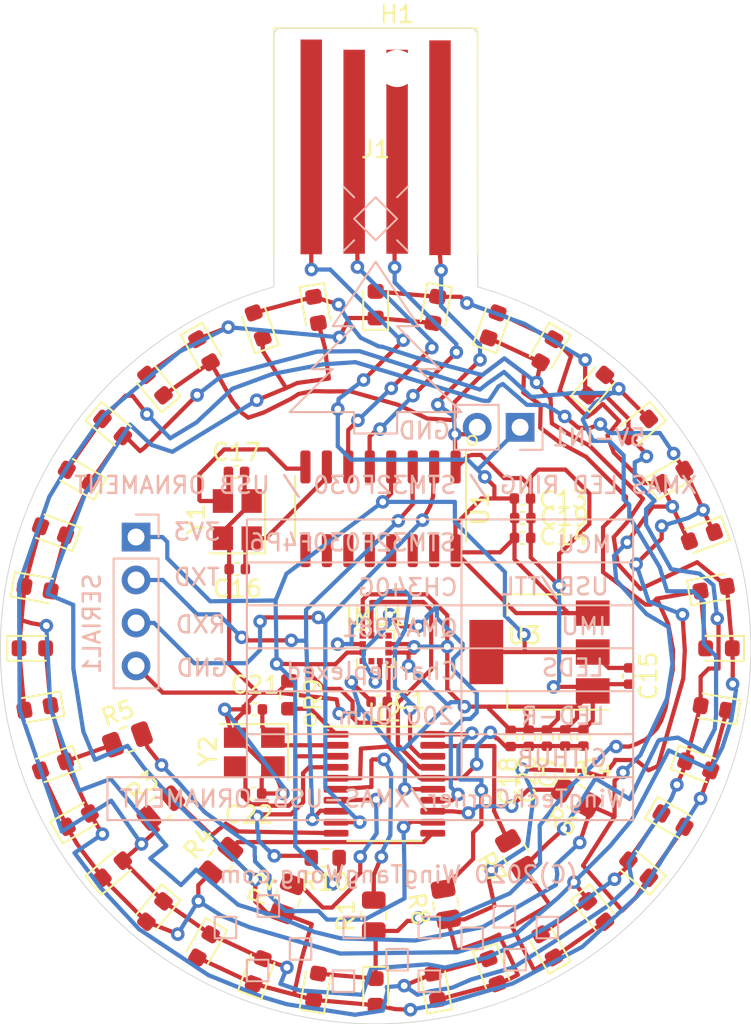
<source format=kicad_pcb>
(kicad_pcb (version 20171130) (host pcbnew "(5.1.7-0-10_14)")
  (layers (0 F.Cu signal) (31 B.Cu signal) (34 B.Paste user) (35 F.Paste user) (36 B.SilkS user) (37 F.SilkS user) (38 B.Mask user) (39 F.Mask user) (44 Edge.Cuts user))
  (net 0 "")
  (net 1 "Net-(IMU1-Pad4)")
  (net 2 "Net-(IMU1-Pad10)")
  (net 3 "Net-(IMU1-Pad5)")
  (net 4 "Net-(IMU1-Pad11)")
  (net 5 USB-DP)
  (net 6 USB-DN)
  (net 7 GND)
  (net 8 VBUS)
  (net 9 "Net-(D1-Pad2)")
  (net 10 "Net-(D1-Pad1)")
  (net 11 "Net-(D10-Pad2)")
  (net 12 "Net-(D10-Pad1)")
  (net 13 "Net-(D11-Pad2)")
  (net 14 "Net-(D13-Pad2)")
  (net 15 "Net-(D15-Pad2)")
  (net 16 "Net-(D17-Pad2)")
  (net 17 "Net-(U1-Pad15)")
  (net 18 "Net-(U1-Pad14)")
  (net 19 "Net-(U1-Pad13)")
  (net 20 "Net-(U1-Pad12)")
  (net 21 "Net-(U1-Pad11)")
  (net 22 "Net-(U1-Pad10)")
  (net 23 TO_RXD)
  (net 24 TO_TXD)
  (net 25 3V3)
  (net 26 XI)
  (net 27 XO)
  (net 28 PF0)
  (net 29 PF1)
  (net 30 I2C_SDA)
  (net 31 I2C_SCL)
  (net 32 A)
  (net 33 B)
  (net 34 C)
  (net 35 D)
  (net 36 E)
  (net 37 F)
  (net 38 G)
  (net 39 H)
  (net 40 MCU-BOOT)
  (net 41 "Net-(R10-Pad2)")
  (net 42 IMU-INT)
  (module Resistor_SMD:R_0603_1608Metric (layer F.Cu) (at -2.985 12.39 180)
    (fp_text reference R10 (at 0 -1.43) (layer F.SilkS))
    (fp_text value 4.7KOhms-±1%-1_10W-0603)
    (pad 2 smd roundrect (at 0.825 0 180) (size 0.8 0.95) (layers F.Cu F.Paste F.Mask) (net 41 "Net-(R10-Pad2)"))
    (pad 1 smd roundrect (at -0.825 0 180) (size 0.8 0.95) (layers F.Cu F.Paste F.Mask) (net 25 3V3))
  )
  (module Resistor_SMD:R_0603_1608Metric (layer F.Cu) (at -5.12 2.75 270)
    (fp_text reference R9 (at 0 -1.43 90) (layer F.SilkS))
    (fp_text value 4.7KOhms-±1%-1_10W-0603)
    (pad 2 smd roundrect (at 0.825 0 270) (size 0.8 0.95) (layers F.Cu F.Paste F.Mask) (net 40 MCU-BOOT))
    (pad 1 smd roundrect (at -0.825 0 270) (size 0.8 0.95) (layers F.Cu F.Paste F.Mask) (net 7 GND))
  )
  (module Connector_PinHeader_2.54mm:PinHeader_1x02_P2.54mm_Vertical (layer B.Cu) (at 8.55 -13.07 90)
    (fp_text reference 5V-IN1 (at -0.61 4.66 180) (layer B.SilkS) (effects (justify mirror)))
    (fp_text value Conn_01x02_Male)
    (pad 2 thru_hole oval (at 0 -2.54 90) (size 1.7 1.7) (drill 1) (layers *.Cu *.Mask) (net 7 GND))
    (pad 1 thru_hole rect (at 0 0 90) (size 1.7 1.7) (drill 1) (layers *.Cu *.Mask) (net 8 VBUS))
  )
  (module Connector_PinHeader_2.54mm:PinHeader_1x04_P2.54mm_Vertical (layer B.Cu) (at -14.18 -6.58 180)
    (fp_text reference SERIAL1 (at 2.61 -5.13 270) (layer B.SilkS) (effects (justify mirror)))
    (fp_text value Conn_01x04_Male)
    (pad 4 thru_hole oval (at 0 -7.62 180) (size 1.7 1.7) (drill 1) (layers *.Cu *.Mask) (net 7 GND))
    (pad 3 thru_hole oval (at 0 -5.08 180) (size 1.7 1.7) (drill 1) (layers *.Cu *.Mask) (net 23 TO_RXD))
    (pad 2 thru_hole oval (at 0 -2.54 180) (size 1.7 1.7) (drill 1) (layers *.Cu *.Mask) (net 24 TO_TXD))
    (pad 1 thru_hole rect (at 0 0 180) (size 1.7 1.7) (drill 1) (layers *.Cu *.Mask) (net 25 3V3))
  )
  (module Package_SO:TSSOP-20_4.4x6.5mm_P0.65mm (layer F.Cu) (at 0.52 8.01)
    (fp_text reference U2 (at 0 -4.2) (layer F.SilkS))
    (fp_text value STM32F030F4P6)
    (pad 20 smd roundrect (at 2.8625 -2.925) (size 1.475 0.4) (layers F.Cu F.Paste F.Mask) (net 39 H))
    (pad 19 smd roundrect (at 2.8625 -2.275) (size 1.475 0.4) (layers F.Cu F.Paste F.Mask) (net 38 G))
    (pad 18 smd roundrect (at 2.8625 -1.625) (size 1.475 0.4) (layers F.Cu F.Paste F.Mask) (net 30 I2C_SDA))
    (pad 17 smd roundrect (at 2.8625 -0.975) (size 1.475 0.4) (layers F.Cu F.Paste F.Mask) (net 31 I2C_SCL))
    (pad 16 smd roundrect (at 2.8625 -0.325) (size 1.475 0.4) (layers F.Cu F.Paste F.Mask) (net 25 3V3))
    (pad 15 smd roundrect (at 2.8625 0.325) (size 1.475 0.4) (layers F.Cu F.Paste F.Mask) (net 7 GND))
    (pad 14 smd roundrect (at 2.8625 0.975) (size 1.475 0.4) (layers F.Cu F.Paste F.Mask) (net 42 IMU-INT))
    (pad 13 smd roundrect (at 2.8625 1.625) (size 1.475 0.4) (layers F.Cu F.Paste F.Mask) (net 37 F))
    (pad 12 smd roundrect (at 2.8625 2.275) (size 1.475 0.4) (layers F.Cu F.Paste F.Mask) (net 36 E))
    (pad 11 smd roundrect (at 2.8625 2.925) (size 1.475 0.4) (layers F.Cu F.Paste F.Mask) (net 35 D))
    (pad 10 smd roundrect (at -2.8625 2.925) (size 1.475 0.4) (layers F.Cu F.Paste F.Mask) (net 34 C))
    (pad 9 smd roundrect (at -2.8625 2.275) (size 1.475 0.4) (layers F.Cu F.Paste F.Mask) (net 23 TO_RXD))
    (pad 8 smd roundrect (at -2.8625 1.625) (size 1.475 0.4) (layers F.Cu F.Paste F.Mask) (net 24 TO_TXD))
    (pad 7 smd roundrect (at -2.8625 0.975) (size 1.475 0.4) (layers F.Cu F.Paste F.Mask) (net 33 B))
    (pad 6 smd roundrect (at -2.8625 0.325) (size 1.475 0.4) (layers F.Cu F.Paste F.Mask) (net 32 A))
    (pad 5 smd roundrect (at -2.8625 -0.325) (size 1.475 0.4) (layers F.Cu F.Paste F.Mask) (net 25 3V3))
    (pad 4 smd roundrect (at -2.8625 -0.975) (size 1.475 0.4) (layers F.Cu F.Paste F.Mask) (net 41 "Net-(R10-Pad2)"))
    (pad 3 smd roundrect (at -2.8625 -1.625) (size 1.475 0.4) (layers F.Cu F.Paste F.Mask) (net 29 PF1))
    (pad 2 smd roundrect (at -2.8625 -2.275) (size 1.475 0.4) (layers F.Cu F.Paste F.Mask) (net 28 PF0))
    (pad 1 smd roundrect (at -2.8625 -2.925) (size 1.475 0.4) (layers F.Cu F.Paste F.Mask) (net 40 MCU-BOOT))
  )
  (module KiCad-Library-JLCPCB:SOIC-16_3.9x9.9mm_P1.27mm_JLC_ROTATED (layer F.Cu) (at 0.29 -8.25 90)
    (fp_text reference U1 (at 0 5.9 270) (layer F.SilkS))
    (fp_text value CH340G)
    (pad 1 smd roundrect (at 2.475 4.445 270) (size 1.95 0.6) (layers F.Cu F.Paste F.Mask) (net 7 GND))
    (pad 2 smd roundrect (at 2.475 3.175 270) (size 1.95 0.6) (layers F.Cu F.Paste F.Mask) (net 23 TO_RXD))
    (pad 3 smd roundrect (at 2.475 1.905 270) (size 1.95 0.6) (layers F.Cu F.Paste F.Mask) (net 24 TO_TXD))
    (pad 4 smd roundrect (at 2.475 0.635 270) (size 1.95 0.6) (layers F.Cu F.Paste F.Mask) (net 25 3V3))
    (pad 5 smd roundrect (at 2.475 -0.635 270) (size 1.95 0.6) (layers F.Cu F.Paste F.Mask) (net 5 USB-DP))
    (pad 6 smd roundrect (at 2.475 -1.905 270) (size 1.95 0.6) (layers F.Cu F.Paste F.Mask) (net 6 USB-DN))
    (pad 7 smd roundrect (at 2.475 -3.175 270) (size 1.95 0.6) (layers F.Cu F.Paste F.Mask) (net 26 XI))
    (pad 8 smd roundrect (at 2.475 -4.445 270) (size 1.95 0.6) (layers F.Cu F.Paste F.Mask) (net 27 XO))
    (pad 9 smd roundrect (at -2.475 -4.445 270) (size 1.95 0.6) (layers F.Cu F.Paste F.Mask) (net 40 MCU-BOOT))
    (pad 10 smd roundrect (at -2.475 -3.175 270) (size 1.95 0.6) (layers F.Cu F.Paste F.Mask) (net 22 "Net-(U1-Pad10)"))
    (pad 11 smd roundrect (at -2.475 -1.905 270) (size 1.95 0.6) (layers F.Cu F.Paste F.Mask) (net 21 "Net-(U1-Pad11)"))
    (pad 12 smd roundrect (at -2.475 -0.635 270) (size 1.95 0.6) (layers F.Cu F.Paste F.Mask) (net 20 "Net-(U1-Pad12)"))
    (pad 13 smd roundrect (at -2.475 0.635 270) (size 1.95 0.6) (layers F.Cu F.Paste F.Mask) (net 19 "Net-(U1-Pad13)"))
    (pad 14 smd roundrect (at -2.475 1.905 270) (size 1.95 0.6) (layers F.Cu F.Paste F.Mask) (net 18 "Net-(U1-Pad14)"))
    (pad 15 smd roundrect (at -2.475 3.175 270) (size 1.95 0.6) (layers F.Cu F.Paste F.Mask) (net 17 "Net-(U1-Pad15)"))
    (pad 16 smd roundrect (at -2.475 4.445 270) (size 1.95 0.6) (layers F.Cu F.Paste F.Mask) (net 8 VBUS))
  )
  (module MountingHole:MountingHole_2.2mm_M2 (layer F.Cu) (at 1.27 -34.29)
    (fp_text reference H1 (at 0 -3.2) (layer F.SilkS))
    (fp_text value MountingHole)
    (pad 1 np_thru_hole circle (at 0 0) (size 2.2 2.2) (drill 2.2) (layers *.Cu *.Mask))
  )
  (module Resistor_SMD:R_0805_2012Metric (layer F.Cu) (at 4.151546 15.131363 100)
    (fp_text reference R8 (at 0.000001 -1.65 100) (layer F.SilkS))
    (fp_text value 200Ohms-±1%-1_8W-0805)
    (pad 2 smd roundrect (at 0.9125 0 100) (size 1.025 1.4) (layers F.Cu F.Paste F.Mask) (roundrect_rratio 0.2439014634146341) (net 39 H))
    (pad 1 smd roundrect (at -0.9125 0 100) (size 1.025 1.4) (layers F.Cu F.Paste F.Mask) (roundrect_rratio 0.2439014634146341) (net 14 "Net-(D13-Pad2)"))
  )
  (module Resistor_SMD:R_0805_2012Metric (layer F.Cu) (at 8.29 12.1775 120)
    (fp_text reference R7 (at 0 -1.65 120) (layer F.SilkS))
    (fp_text value 200Ohms-±1%-1_8W-0805)
    (pad 2 smd roundrect (at 0.9125 0 120) (size 1.025 1.4) (layers F.Cu F.Paste F.Mask) (roundrect_rratio 0.2439014634146341) (net 38 G))
    (pad 1 smd roundrect (at -0.9125 0 120) (size 1.025 1.4) (layers F.Cu F.Paste F.Mask) (roundrect_rratio 0.2439014634146341) (net 13 "Net-(D11-Pad2)"))
  )
  (module Resistor_SMD:R_0805_2012Metric (layer F.Cu) (at 11.8575 8.82 150)
    (fp_text reference R6 (at 0 -1.65 150) (layer F.SilkS))
    (fp_text value 200Ohms-±1%-1_8W-0805)
    (pad 2 smd roundrect (at 0.9125 0 150) (size 1.025 1.4) (layers F.Cu F.Paste F.Mask) (roundrect_rratio 0.2439014634146341) (net 37 F))
    (pad 1 smd roundrect (at -0.9125 0 150) (size 1.025 1.4) (layers F.Cu F.Paste F.Mask) (roundrect_rratio 0.2439014634146341) (net 12 "Net-(D10-Pad1)"))
  )
  (module Resistor_SMD:R_0805_2012Metric (layer F.Cu) (at -14.69253 5.387907 20)
    (fp_text reference R5 (at 0 -1.65 20) (layer F.SilkS))
    (fp_text value 200Ohms-±1%-1_8W-0805)
    (pad 2 smd roundrect (at 0.9125 0 20) (size 1.025 1.4) (layers F.Cu F.Paste F.Mask) (roundrect_rratio 0.2439014634146341) (net 36 E))
    (pad 1 smd roundrect (at -0.9125 0 20) (size 1.025 1.4) (layers F.Cu F.Paste F.Mask) (roundrect_rratio 0.2439014634146341) (net 11 "Net-(D10-Pad2)"))
  )
  (module Resistor_SMD:R_0805_2012Metric (layer F.Cu) (at -9.18 12.58 50)
    (fp_text reference R4 (at 0.000001 -1.65 50) (layer F.SilkS))
    (fp_text value 200Ohms-±1%-1_8W-0805)
    (pad 2 smd roundrect (at 0.9125 0 50) (size 1.025 1.4) (layers F.Cu F.Paste F.Mask) (roundrect_rratio 0.2439014634146341) (net 35 D))
    (pad 1 smd roundrect (at -0.9125 0 50) (size 1.025 1.4) (layers F.Cu F.Paste F.Mask) (roundrect_rratio 0.2439014634146341) (net 16 "Net-(D17-Pad2)"))
  )
  (module Resistor_SMD:R_0805_2012Metric (layer F.Cu) (at -12.7175 9.45 40)
    (fp_text reference R3 (at -0.000001 -1.65 40) (layer F.SilkS))
    (fp_text value 200Ohms-±1%-1_8W-0805)
    (pad 2 smd roundrect (at 0.9125 0 40) (size 1.025 1.4) (layers F.Cu F.Paste F.Mask) (roundrect_rratio 0.2439014634146341) (net 34 C))
    (pad 1 smd roundrect (at -0.9125 0 40) (size 1.025 1.4) (layers F.Cu F.Paste F.Mask) (roundrect_rratio 0.2439014634146341) (net 15 "Net-(D15-Pad2)"))
  )
  (module Resistor_SMD:R_0805_2012Metric (layer F.Cu) (at -5.22375 14.809752 70)
    (fp_text reference R2 (at 0 -1.65 70) (layer F.SilkS))
    (fp_text value 200Ohms-±1%-1_8W-0805)
    (pad 2 smd roundrect (at 0.9125 0 70) (size 1.025 1.4) (layers F.Cu F.Paste F.Mask) (roundrect_rratio 0.2439014634146341) (net 33 B))
    (pad 1 smd roundrect (at -0.9125 0 70) (size 1.025 1.4) (layers F.Cu F.Paste F.Mask) (roundrect_rratio 0.2439014634146341) (net 9 "Net-(D1-Pad2)"))
  )
  (module Resistor_SMD:R_0805_2012Metric (layer F.Cu) (at -0.11 15.8 90)
    (fp_text reference R1 (at 0 -1.65 90) (layer F.SilkS))
    (fp_text value 200Ohms-±1%-1_8W-0805)
    (pad 2 smd roundrect (at 0.9125 0 90) (size 1.025 1.4) (layers F.Cu F.Paste F.Mask) (roundrect_rratio 0.2439014634146341) (net 32 A))
    (pad 1 smd roundrect (at -0.9125 0 90) (size 1.025 1.4) (layers F.Cu F.Paste F.Mask) (roundrect_rratio 0.2439014634146341) (net 10 "Net-(D1-Pad1)"))
  )
  (module Crystal:Crystal_SMD_TXC_7M-4Pin_3.2x2.5mm (layer F.Cu) (at -7.18 6.135 180)
    (fp_text reference Y2 (at 2.75 0.05 90) (layer F.SilkS))
    (fp_text value 12mhz-Crystal_GND24)
    (pad 4 smd rect (at -1.1 -0.85 180) (size 1.4 1.2) (layers F.Cu F.Paste F.Mask) (net 7 GND))
    (pad 3 smd rect (at 1.1 -0.85 180) (size 1.4 1.2) (layers F.Cu F.Paste F.Mask) (net 29 PF1))
    (pad 2 smd rect (at 1.1 0.85 180) (size 1.4 1.2) (layers F.Cu F.Paste F.Mask) (net 7 GND))
    (pad 1 smd rect (at -1.1 0.85 180) (size 1.4 1.2) (layers F.Cu F.Paste F.Mask) (net 28 PF0))
  )
  (module Capacitor_SMD:C_0402_1005Metric (layer F.Cu) (at -7.225 8.585)
    (fp_text reference C22 (at -0.27 1.25) (layer F.SilkS))
    (fp_text value 12pF-50V-0402)
    (pad 2 smd roundrect (at 0.48 0) (size 0.56 0.62) (layers F.Cu F.Paste F.Mask) (net 7 GND))
    (pad 1 smd roundrect (at -0.48 0) (size 0.56 0.62) (layers F.Cu F.Paste F.Mask) (net 29 PF1))
  )
  (module Capacitor_SMD:C_0402_1005Metric (layer F.Cu) (at -7.185 3.61 180)
    (fp_text reference C21 (at -0.045 1.45) (layer F.SilkS))
    (fp_text value 12pF-50V-0402)
    (pad 2 smd roundrect (at 0.48 0 180) (size 0.56 0.62) (layers F.Cu F.Paste F.Mask) (net 7 GND))
    (pad 1 smd roundrect (at -0.48 0 180) (size 0.56 0.62) (layers F.Cu F.Paste F.Mask) (net 28 PF0))
  )
  (module Package_TO_SOT_SMD:SOT-223-3_TabPin2 (layer F.Cu) (at 9.7 0.22 180)
    (fp_text reference U3 (at 0.9 0.975) (layer F.SilkS))
    (fp_text value AP1117-3v3)
    (pad 1 smd rect (at -3.15 -2.3 180) (size 2 1.5) (layers F.Cu F.Paste F.Mask) (net 7 GND))
    (pad 3 smd rect (at -3.15 2.3 180) (size 2 1.5) (layers F.Cu F.Paste F.Mask) (net 8 VBUS))
    (pad 2 smd rect (at -3.15 0 180) (size 2 1.5) (layers F.Cu F.Paste F.Mask) (net 25 3V3))
    (pad 2 smd rect (at 3.15 0 180) (size 2 3.8) (layers F.Cu F.Paste F.Mask) (net 25 3V3))
  )
  (module Capacitor_SMD:C_0402_1005Metric (layer F.Cu) (at 9.06 5.315 90)
    (fp_text reference C20 (at -2.42 -0.075 90) (layer F.SilkS))
    (fp_text value 1uF-25V-0402)
    (pad 2 smd roundrect (at 0.48 0 90) (size 0.56 0.62) (layers F.Cu F.Paste F.Mask) (net 7 GND))
    (pad 1 smd roundrect (at -0.48 0 90) (size 0.56 0.62) (layers F.Cu F.Paste F.Mask) (net 25 3V3))
  )
  (module Capacitor_SMD:C_0402_1005Metric (layer F.Cu) (at 8.71 -7.705)
    (fp_text reference C19 (at 2.47 -0.05) (layer F.SilkS))
    (fp_text value 100nF-16V-0402)
    (pad 2 smd roundrect (at 0.48 0) (size 0.56 0.62) (layers F.Cu F.Paste F.Mask) (net 7 GND))
    (pad 1 smd roundrect (at -0.48 0) (size 0.56 0.62) (layers F.Cu F.Paste F.Mask) (net 8 VBUS))
  )
  (module Capacitor_SMD:C_0402_1005Metric (layer F.Cu) (at 7.99 5.33 90)
    (fp_text reference C18 (at -2.52 -0.125 90) (layer F.SilkS))
    (fp_text value 1uF-25V-0402)
    (pad 2 smd roundrect (at 0.48 0 90) (size 0.56 0.62) (layers F.Cu F.Paste F.Mask) (net 7 GND))
    (pad 1 smd roundrect (at -0.48 0 90) (size 0.56 0.62) (layers F.Cu F.Paste F.Mask) (net 25 3V3))
  )
  (module Capacitor_SMD:C_0402_1005Metric (layer F.Cu) (at 8.7 -6.53)
    (fp_text reference C14 (at 2.43 -0.08) (layer F.SilkS))
    (fp_text value 100nF-16V-0402)
    (pad 2 smd roundrect (at 0.48 0) (size 0.56 0.62) (layers F.Cu F.Paste F.Mask) (net 7 GND))
    (pad 1 smd roundrect (at -0.48 0) (size 0.56 0.62) (layers F.Cu F.Paste F.Mask) (net 8 VBUS))
  )
  (module Capacitor_SMD:C_0402_1005Metric (layer F.Cu) (at -8.235 -10.435)
    (fp_text reference C17 (at 0 -1.16) (layer F.SilkS))
    (fp_text value 12pF-50V-0402)
    (pad 2 smd roundrect (at 0.48 0) (size 0.56 0.62) (layers F.Cu F.Paste F.Mask) (net 7 GND))
    (pad 1 smd roundrect (at -0.48 0) (size 0.56 0.62) (layers F.Cu F.Paste F.Mask) (net 27 XO))
  )
  (module Capacitor_SMD:C_0402_1005Metric (layer F.Cu) (at -8.19 -4.685 180)
    (fp_text reference C16 (at 0 -1.16) (layer F.SilkS))
    (fp_text value 12pF-50V-0402)
    (pad 2 smd roundrect (at 0.48 0 180) (size 0.56 0.62) (layers F.Cu F.Paste F.Mask) (net 7 GND))
    (pad 1 smd roundrect (at -0.48 0 180) (size 0.56 0.62) (layers F.Cu F.Paste F.Mask) (net 26 XI))
  )
  (module Crystal:Crystal_SMD_TXC_7M-4Pin_3.2x2.5mm (layer F.Cu) (at -8.19 -7.61 90)
    (fp_text reference Y1 (at 0 -2.45 90) (layer F.SilkS))
    (fp_text value 12mhz-Crystal_GND24)
    (pad 4 smd rect (at -1.1 -0.85 90) (size 1.4 1.2) (layers F.Cu F.Paste F.Mask) (net 7 GND))
    (pad 3 smd rect (at 1.1 -0.85 90) (size 1.4 1.2) (layers F.Cu F.Paste F.Mask) (net 27 XO))
    (pad 2 smd rect (at 1.1 0.85 90) (size 1.4 1.2) (layers F.Cu F.Paste F.Mask) (net 7 GND))
    (pad 1 smd rect (at -1.1 0.85 90) (size 1.4 1.2) (layers F.Cu F.Paste F.Mask) (net 26 XI))
  )
  (module Capacitor_SMD:C_0402_1005Metric (layer F.Cu) (at 15 1.64 270)
    (fp_text reference C15 (at 0 -1.16 90) (layer F.SilkS))
    (fp_text value 1uF-25V-0402)
    (pad 2 smd roundrect (at 0.48 0 270) (size 0.56 0.62) (layers F.Cu F.Paste F.Mask) (net 7 GND))
    (pad 1 smd roundrect (at -0.48 0 270) (size 0.56 0.62) (layers F.Cu F.Paste F.Mask) (net 25 3V3))
  )
  (module Capacitor_SMD:C_0402_1005Metric (layer F.Cu) (at 8.69 -8.86)
    (fp_text reference C13 (at 2.425 0.075) (layer F.SilkS))
    (fp_text value 100nF-16V-0402)
    (pad 2 smd roundrect (at 0.48 0) (size 0.56 0.62) (layers F.Cu F.Paste F.Mask) (net 7 GND))
    (pad 1 smd roundrect (at -0.48 0) (size 0.56 0.62) (layers F.Cu F.Paste F.Mask) (net 8 VBUS))
  )
  (module Capacitor_SMD:C_0402_1005Metric (layer F.Cu) (at 11.22 5.3 90)
    (fp_text reference C10 (at -1.95 -0.05 180) (layer F.SilkS))
    (fp_text value 100nF-16V-0402)
    (pad 2 smd roundrect (at 0.48 0 90) (size 0.56 0.62) (layers F.Cu F.Paste F.Mask) (net 7 GND))
    (pad 1 smd roundrect (at -0.48 0 90) (size 0.56 0.62) (layers F.Cu F.Paste F.Mask) (net 25 3V3))
  )
  (module Capacitor_SMD:C_0402_1005Metric (layer F.Cu) (at 10.13 5.31 90)
    (fp_text reference C7 (at -2.02 0.1 90) (layer F.SilkS))
    (fp_text value 100nF-16V-0402)
    (pad 2 smd roundrect (at 0.48 0 90) (size 0.56 0.62) (layers F.Cu F.Paste F.Mask) (net 7 GND))
    (pad 1 smd roundrect (at -0.48 0 90) (size 0.56 0.62) (layers F.Cu F.Paste F.Mask) (net 25 3V3))
  )
  (module Capacitor_SMD:C_0402_1005Metric (layer F.Cu) (at 12.3 5.3 90)
    (fp_text reference C4 (at -1.845 0.75) (layer F.SilkS))
    (fp_text value 100nF-16V-0402)
    (pad 2 smd roundrect (at 0.48 0 90) (size 0.56 0.62) (layers F.Cu F.Paste F.Mask) (net 7 GND))
    (pad 1 smd roundrect (at -0.48 0 90) (size 0.56 0.62) (layers F.Cu F.Paste F.Mask) (net 25 3V3))
  )
  (module Capacitor_SMD:C_0402_1005Metric (layer F.Cu) (at 0.21 3.16 180)
    (fp_text reference C1 (at -1.825 0.08) (layer F.SilkS))
    (fp_text value 100nF-16V-0402)
    (pad 2 smd roundrect (at 0.48 0 180) (size 0.56 0.62) (layers F.Cu F.Paste F.Mask) (net 7 GND))
    (pad 1 smd roundrect (at -0.48 0 180) (size 0.56 0.62) (layers F.Cu F.Paste F.Mask) (net 25 3V3))
  )
  (module Diode_SMD:D_0603_1608Metric (layer F.Cu) (at 3.52853 20.011293 100)
    (fp_text reference D36 hide)
    (fp_text value BLUE_LED)
    (pad 2 smd roundrect (at 0.7875 0 100) (size 0.875 0.95) (layers F.Cu F.Paste F.Mask) (net 11 "Net-(D10-Pad2)"))
    (pad 1 smd roundrect (at -0.7875 0 100) (size 0.875 0.95) (layers F.Cu F.Paste F.Mask) (net 14 "Net-(D13-Pad2)"))
  )
  (module Diode_SMD:D_0603_1608Metric (layer F.Cu) (at 6.949849 19.094554 290)
    (fp_text reference D35 hide)
    (fp_text value BLUE_LED)
    (pad 2 smd roundrect (at 0.7875 0 290) (size 0.875 0.95) (layers F.Cu F.Paste F.Mask) (net 14 "Net-(D13-Pad2)"))
    (pad 1 smd roundrect (at -0.7875 0 290) (size 0.875 0.95) (layers F.Cu F.Paste F.Mask) (net 11 "Net-(D10-Pad2)"))
  )
  (module Diode_SMD:D_0603_1608Metric (layer F.Cu) (at 10.16 17.597636 120)
    (fp_text reference D34 hide)
    (fp_text value BLUE_LED)
    (pad 2 smd roundrect (at 0.7875 0 120) (size 0.875 0.95) (layers F.Cu F.Paste F.Mask) (net 16 "Net-(D17-Pad2)"))
    (pad 1 smd roundrect (at -0.7875 0 120) (size 0.875 0.95) (layers F.Cu F.Paste F.Mask) (net 13 "Net-(D11-Pad2)"))
  )
  (module Diode_SMD:D_0603_1608Metric (layer F.Cu) (at 13.061444 15.566023 310)
    (fp_text reference D33 hide)
    (fp_text value BLUE_LED)
    (pad 2 smd roundrect (at 0.7875 0 310) (size 0.875 0.95) (layers F.Cu F.Paste F.Mask) (net 13 "Net-(D11-Pad2)"))
    (pad 1 smd roundrect (at -0.7875 0 310) (size 0.875 0.95) (layers F.Cu F.Paste F.Mask) (net 16 "Net-(D17-Pad2)"))
  )
  (module Diode_SMD:D_0603_1608Metric (layer F.Cu) (at 15.566023 13.061444 140)
    (fp_text reference D32 hide)
    (fp_text value BLUE_LED)
    (pad 2 smd roundrect (at 0.7875 0 140) (size 0.875 0.95) (layers F.Cu F.Paste F.Mask) (net 15 "Net-(D15-Pad2)"))
    (pad 1 smd roundrect (at -0.7875 0 140) (size 0.875 0.95) (layers F.Cu F.Paste F.Mask) (net 12 "Net-(D10-Pad1)"))
  )
  (module Diode_SMD:D_0603_1608Metric (layer F.Cu) (at 17.597636 10.159999 330)
    (fp_text reference D31 hide)
    (fp_text value BLUE_LED)
    (pad 2 smd roundrect (at 0.7875 0 330) (size 0.875 0.95) (layers F.Cu F.Paste F.Mask) (net 12 "Net-(D10-Pad1)"))
    (pad 1 smd roundrect (at -0.7875 0 330) (size 0.875 0.95) (layers F.Cu F.Paste F.Mask) (net 15 "Net-(D15-Pad2)"))
  )
  (module Diode_SMD:D_0603_1608Metric (layer F.Cu) (at 19.094554 6.949849 340)
    (fp_text reference D30 hide)
    (fp_text value BLUE_LED)
    (pad 2 smd roundrect (at 0.7875 0 340) (size 0.875 0.95) (layers F.Cu F.Paste F.Mask) (net 9 "Net-(D1-Pad2)"))
    (pad 1 smd roundrect (at -0.7875 0 340) (size 0.875 0.95) (layers F.Cu F.Paste F.Mask) (net 11 "Net-(D10-Pad2)"))
  )
  (module Diode_SMD:D_0603_1608Metric (layer F.Cu) (at 20.011293 3.52853 170)
    (fp_text reference D29 hide)
    (fp_text value BLUE_LED)
    (pad 2 smd roundrect (at 0.7875 0 170) (size 0.875 0.95) (layers F.Cu F.Paste F.Mask) (net 11 "Net-(D10-Pad2)"))
    (pad 1 smd roundrect (at -0.7875 0 170) (size 0.875 0.95) (layers F.Cu F.Paste F.Mask) (net 9 "Net-(D1-Pad2)"))
  )
  (module Diode_SMD:D_0603_1608Metric (layer F.Cu) (at 20.32 0 180)
    (fp_text reference D28 hide)
    (fp_text value BLUE_LED)
    (pad 2 smd roundrect (at 0.7875 0 180) (size 0.875 0.95) (layers F.Cu F.Paste F.Mask) (net 10 "Net-(D1-Pad1)"))
    (pad 1 smd roundrect (at -0.7875 0 180) (size 0.875 0.95) (layers F.Cu F.Paste F.Mask) (net 16 "Net-(D17-Pad2)"))
  )
  (module Diode_SMD:D_0603_1608Metric (layer F.Cu) (at 20.011293 -3.52853 10)
    (fp_text reference D27 hide)
    (fp_text value BLUE_LED)
    (pad 2 smd roundrect (at 0.7875 0 10) (size 0.875 0.95) (layers F.Cu F.Paste F.Mask) (net 16 "Net-(D17-Pad2)"))
    (pad 1 smd roundrect (at -0.7875 0 10) (size 0.875 0.95) (layers F.Cu F.Paste F.Mask) (net 10 "Net-(D1-Pad1)"))
  )
  (module Diode_SMD:D_0603_1608Metric (layer F.Cu) (at 19.31 -6.6 200)
    (fp_text reference D26 hide)
    (fp_text value BLUE_LED)
    (pad 2 smd roundrect (at 0.7875 0 200) (size 0.875 0.95) (layers F.Cu F.Paste F.Mask) (net 12 "Net-(D10-Pad1)"))
    (pad 1 smd roundrect (at -0.7875 0 200) (size 0.875 0.95) (layers F.Cu F.Paste F.Mask) (net 14 "Net-(D13-Pad2)"))
  )
  (module Diode_SMD:D_0603_1608Metric (layer F.Cu) (at 17.597636 -10.16 30)
    (fp_text reference D25 hide)
    (fp_text value BLUE_LED)
    (pad 2 smd roundrect (at 0.7875 0 30) (size 0.875 0.95) (layers F.Cu F.Paste F.Mask) (net 14 "Net-(D13-Pad2)"))
    (pad 1 smd roundrect (at -0.7875 0 30) (size 0.875 0.95) (layers F.Cu F.Paste F.Mask) (net 12 "Net-(D10-Pad1)"))
  )
  (module Diode_SMD:D_0603_1608Metric (layer F.Cu) (at 15.566023 -13.061444 220)
    (fp_text reference D24 hide)
    (fp_text value BLUE_LED)
    (pad 2 smd roundrect (at 0.7875 0 220) (size 0.875 0.95) (layers F.Cu F.Paste F.Mask) (net 11 "Net-(D10-Pad2)"))
    (pad 1 smd roundrect (at -0.7875 0 220) (size 0.875 0.95) (layers F.Cu F.Paste F.Mask) (net 13 "Net-(D11-Pad2)"))
  )
  (module Diode_SMD:D_0603_1608Metric (layer F.Cu) (at 13.061444 -15.566023 50)
    (fp_text reference D23 hide)
    (fp_text value BLUE_LED)
    (pad 2 smd roundrect (at 0.7875 0 50) (size 0.875 0.95) (layers F.Cu F.Paste F.Mask) (net 13 "Net-(D11-Pad2)"))
    (pad 1 smd roundrect (at -0.7875 0 50) (size 0.875 0.95) (layers F.Cu F.Paste F.Mask) (net 11 "Net-(D10-Pad2)"))
  )
  (module Diode_SMD:D_0603_1608Metric (layer F.Cu) (at 10.16 -17.597636 240)
    (fp_text reference D22 hide)
    (fp_text value BLUE_LED)
    (pad 2 smd roundrect (at 0.7875 0 240) (size 0.875 0.95) (layers F.Cu F.Paste F.Mask) (net 16 "Net-(D17-Pad2)"))
    (pad 1 smd roundrect (at -0.7875 0 240) (size 0.875 0.95) (layers F.Cu F.Paste F.Mask) (net 12 "Net-(D10-Pad1)"))
  )
  (module Diode_SMD:D_0603_1608Metric (layer F.Cu) (at 6.949849 -19.094554 70)
    (fp_text reference D21 hide)
    (fp_text value BLUE_LED)
    (pad 2 smd roundrect (at 0.7875 0 70) (size 0.875 0.95) (layers F.Cu F.Paste F.Mask) (net 12 "Net-(D10-Pad1)"))
    (pad 1 smd roundrect (at -0.7875 0 70) (size 0.875 0.95) (layers F.Cu F.Paste F.Mask) (net 16 "Net-(D17-Pad2)"))
  )
  (module Diode_SMD:D_0603_1608Metric (layer F.Cu) (at 3.52853 -20.011293 260)
    (fp_text reference D20 hide)
    (fp_text value BLUE_LED)
    (pad 2 smd roundrect (at 0.7875 0 260) (size 0.875 0.95) (layers F.Cu F.Paste F.Mask) (net 15 "Net-(D15-Pad2)"))
    (pad 1 smd roundrect (at -0.7875 0 260) (size 0.875 0.95) (layers F.Cu F.Paste F.Mask) (net 11 "Net-(D10-Pad2)"))
  )
  (module Diode_SMD:D_0603_1608Metric (layer F.Cu) (at 0 -20.32 90)
    (fp_text reference D19 hide)
    (fp_text value BLUE_LED)
    (pad 2 smd roundrect (at 0.7875 0 90) (size 0.875 0.95) (layers F.Cu F.Paste F.Mask) (net 11 "Net-(D10-Pad2)"))
    (pad 1 smd roundrect (at -0.7875 0 90) (size 0.875 0.95) (layers F.Cu F.Paste F.Mask) (net 15 "Net-(D15-Pad2)"))
  )
  (module Diode_SMD:D_0603_1608Metric (layer F.Cu) (at -3.52853 -20.011293 280)
    (fp_text reference D18 hide)
    (fp_text value BLUE_LED)
    (pad 2 smd roundrect (at 0.7875 0 280) (size 0.875 0.95) (layers F.Cu F.Paste F.Mask) (net 9 "Net-(D1-Pad2)"))
    (pad 1 smd roundrect (at -0.7875 0 280) (size 0.875 0.95) (layers F.Cu F.Paste F.Mask) (net 16 "Net-(D17-Pad2)"))
  )
  (module Diode_SMD:D_0603_1608Metric (layer F.Cu) (at -6.949849 -19.094554 110)
    (fp_text reference D17 hide)
    (fp_text value BLUE_LED)
    (pad 2 smd roundrect (at 0.7875 0 110) (size 0.875 0.95) (layers F.Cu F.Paste F.Mask) (net 16 "Net-(D17-Pad2)"))
    (pad 1 smd roundrect (at -0.7875 0 110) (size 0.875 0.95) (layers F.Cu F.Paste F.Mask) (net 9 "Net-(D1-Pad2)"))
  )
  (module Diode_SMD:D_0603_1608Metric (layer F.Cu) (at -10.16 -17.597636 300)
    (fp_text reference D16 hide)
    (fp_text value BLUE_LED)
    (pad 2 smd roundrect (at 0.7875 0 300) (size 0.875 0.95) (layers F.Cu F.Paste F.Mask) (net 10 "Net-(D1-Pad1)"))
    (pad 1 smd roundrect (at -0.7875 0 300) (size 0.875 0.95) (layers F.Cu F.Paste F.Mask) (net 15 "Net-(D15-Pad2)"))
  )
  (module Diode_SMD:D_0603_1608Metric (layer F.Cu) (at -13.061444 -15.566023 130)
    (fp_text reference D15 hide)
    (fp_text value BLUE_LED)
    (pad 2 smd roundrect (at 0.7875 0 130) (size 0.875 0.95) (layers F.Cu F.Paste F.Mask) (net 15 "Net-(D15-Pad2)"))
    (pad 1 smd roundrect (at -0.7875 0 130) (size 0.875 0.95) (layers F.Cu F.Paste F.Mask) (net 10 "Net-(D1-Pad1)"))
  )
  (module Diode_SMD:D_0603_1608Metric (layer F.Cu) (at -15.566023 -13.061444 320)
    (fp_text reference D14 hide)
    (fp_text value BLUE_LED)
    (pad 2 smd roundrect (at 0.7875 0 320) (size 0.875 0.95) (layers F.Cu F.Paste F.Mask) (net 13 "Net-(D11-Pad2)"))
    (pad 1 smd roundrect (at -0.7875 0 320) (size 0.875 0.95) (layers F.Cu F.Paste F.Mask) (net 14 "Net-(D13-Pad2)"))
  )
  (module Diode_SMD:D_0603_1608Metric (layer F.Cu) (at -17.597636 -10.16 150)
    (fp_text reference D13 hide)
    (fp_text value BLUE_LED)
    (pad 2 smd roundrect (at 0.7875 0 150) (size 0.875 0.95) (layers F.Cu F.Paste F.Mask) (net 14 "Net-(D13-Pad2)"))
    (pad 1 smd roundrect (at -0.7875 0 150) (size 0.875 0.95) (layers F.Cu F.Paste F.Mask) (net 13 "Net-(D11-Pad2)"))
  )
  (module Diode_SMD:D_0603_1608Metric (layer F.Cu) (at -19.094554 -6.949849 160)
    (fp_text reference D12 hide)
    (fp_text value BLUE_LED)
    (pad 2 smd roundrect (at 0.7875 0 160) (size 0.875 0.95) (layers F.Cu F.Paste F.Mask) (net 12 "Net-(D10-Pad1)"))
    (pad 1 smd roundrect (at -0.7875 0 160) (size 0.875 0.95) (layers F.Cu F.Paste F.Mask) (net 13 "Net-(D11-Pad2)"))
  )
  (module Diode_SMD:D_0603_1608Metric (layer F.Cu) (at -20.011293 -3.52853 350)
    (fp_text reference D11 hide)
    (fp_text value BLUE_LED)
    (pad 2 smd roundrect (at 0.7875 0 350) (size 0.875 0.95) (layers F.Cu F.Paste F.Mask) (net 13 "Net-(D11-Pad2)"))
    (pad 1 smd roundrect (at -0.7875 0 350) (size 0.875 0.95) (layers F.Cu F.Paste F.Mask) (net 12 "Net-(D10-Pad1)"))
  )
  (module Diode_SMD:D_0603_1608Metric (layer F.Cu) (at -20.32 0)
    (fp_text reference D10 hide)
    (fp_text value BLUE_LED)
    (pad 2 smd roundrect (at 0.7875 0) (size 0.875 0.95) (layers F.Cu F.Paste F.Mask) (net 11 "Net-(D10-Pad2)"))
    (pad 1 smd roundrect (at -0.7875 0) (size 0.875 0.95) (layers F.Cu F.Paste F.Mask) (net 12 "Net-(D10-Pad1)"))
  )
  (module Diode_SMD:D_0603_1608Metric (layer F.Cu) (at -20.011293 3.52853 190)
    (fp_text reference D9 hide)
    (fp_text value BLUE_LED)
    (pad 2 smd roundrect (at 0.7875 0 190) (size 0.875 0.95) (layers F.Cu F.Paste F.Mask) (net 12 "Net-(D10-Pad1)"))
    (pad 1 smd roundrect (at -0.7875 0 190) (size 0.875 0.95) (layers F.Cu F.Paste F.Mask) (net 11 "Net-(D10-Pad2)"))
  )
  (module Diode_SMD:D_0603_1608Metric (layer F.Cu) (at -19.094554 6.949849 200)
    (fp_text reference D8 hide)
    (fp_text value BLUE_LED)
    (pad 2 smd roundrect (at 0.7875 0 200) (size 0.875 0.95) (layers F.Cu F.Paste F.Mask) (net 16 "Net-(D17-Pad2)"))
    (pad 1 smd roundrect (at -0.7875 0 200) (size 0.875 0.95) (layers F.Cu F.Paste F.Mask) (net 11 "Net-(D10-Pad2)"))
  )
  (module Diode_SMD:D_0603_1608Metric (layer F.Cu) (at -17.597636 10.159999 30)
    (fp_text reference D7 hide)
    (fp_text value BLUE_LED)
    (pad 2 smd roundrect (at 0.7875 0 30) (size 0.875 0.95) (layers F.Cu F.Paste F.Mask) (net 11 "Net-(D10-Pad2)"))
    (pad 1 smd roundrect (at -0.7875 0 30) (size 0.875 0.95) (layers F.Cu F.Paste F.Mask) (net 16 "Net-(D17-Pad2)"))
  )
  (module Diode_SMD:D_0603_1608Metric (layer F.Cu) (at -15.566023 13.061444 40)
    (fp_text reference D6 hide)
    (fp_text value BLUE_LED)
    (pad 2 smd roundrect (at 0.7875 0 40) (size 0.875 0.95) (layers F.Cu F.Paste F.Mask) (net 15 "Net-(D15-Pad2)"))
    (pad 1 smd roundrect (at -0.7875 0 40) (size 0.875 0.95) (layers F.Cu F.Paste F.Mask) (net 16 "Net-(D17-Pad2)"))
  )
  (module Diode_SMD:D_0603_1608Metric (layer F.Cu) (at -13.061444 15.566023 230)
    (fp_text reference D5 hide)
    (fp_text value BLUE_LED)
    (pad 2 smd roundrect (at 0.7875 0 230) (size 0.875 0.95) (layers F.Cu F.Paste F.Mask) (net 16 "Net-(D17-Pad2)"))
    (pad 1 smd roundrect (at -0.7875 0 230) (size 0.875 0.95) (layers F.Cu F.Paste F.Mask) (net 15 "Net-(D15-Pad2)"))
  )
  (module Diode_SMD:D_0603_1608Metric (layer F.Cu) (at -10.159999 17.597636 240)
    (fp_text reference D4 hide)
    (fp_text value BLUE_LED)
    (pad 2 smd roundrect (at 0.7875 0 240) (size 0.875 0.95) (layers F.Cu F.Paste F.Mask) (net 9 "Net-(D1-Pad2)"))
    (pad 1 smd roundrect (at -0.7875 0 240) (size 0.875 0.95) (layers F.Cu F.Paste F.Mask) (net 15 "Net-(D15-Pad2)"))
  )
  (module Diode_SMD:D_0603_1608Metric (layer F.Cu) (at -6.949849 19.094554 70)
    (fp_text reference D3 hide)
    (fp_text value BLUE_LED)
    (pad 2 smd roundrect (at 0.7875 0 70) (size 0.875 0.95) (layers F.Cu F.Paste F.Mask) (net 15 "Net-(D15-Pad2)"))
    (pad 1 smd roundrect (at -0.7875 0 70) (size 0.875 0.95) (layers F.Cu F.Paste F.Mask) (net 9 "Net-(D1-Pad2)"))
  )
  (module Diode_SMD:D_0603_1608Metric (layer F.Cu) (at -3.52853 20.011293 80)
    (fp_text reference D2 hide)
    (fp_text value BLUE_LED)
    (pad 2 smd roundrect (at 0.7875 0 80) (size 0.875 0.95) (layers F.Cu F.Paste F.Mask) (net 10 "Net-(D1-Pad1)"))
    (pad 1 smd roundrect (at -0.7875 0 80) (size 0.875 0.95) (layers F.Cu F.Paste F.Mask) (net 9 "Net-(D1-Pad2)"))
  )
  (module Diode_SMD:D_0603_1608Metric (layer F.Cu) (at 0 20.32 270)
    (fp_text reference D1 hide)
    (fp_text value BLUE_LED)
    (pad 2 smd roundrect (at 0.7875 0 270) (size 0.875 0.95) (layers F.Cu F.Paste F.Mask) (net 9 "Net-(D1-Pad2)"))
    (pad 1 smd roundrect (at -0.7875 0 270) (size 0.875 0.95) (layers F.Cu F.Paste F.Mask) (net 10 "Net-(D1-Pad1)"))
  )
  (module KiCad-Library-JLCPCB:USB-A-PCB (layer F.Cu) (at 0 -30)
    (fp_text reference J1 (at 0 0.5) (layer F.SilkS))
    (fp_text value USB_A_PCB)
    (pad 3 connect rect (at 1.27 0.635) (size 1.27 12.065) (layers F.Cu F.Mask) (net 5 USB-DP))
    (pad 2 connect rect (at -1.27 0.635) (size 1.27 12.065) (layers F.Cu F.Mask) (net 6 USB-DN))
    (pad 4 connect rect (at 3.81 0.4) (size 1.27 12.7) (layers F.Cu F.Mask) (net 7 GND))
    (pad 1 connect rect (at -3.81 0.35) (size 1.27 12.7) (layers F.Cu F.Mask) (net 8 VBUS))
  )
  (module KiCad-Library-JLCPCB:LGA-12_2x2mm_P0.5mm (layer F.Cu) (at 0 0)
    (fp_text reference IMU1 (at 0 -1.85) (layer F.SilkS))
    (fp_text value QMA7981)
    (pad 2 smd rect (at -0.7625 -0.25) (size 0.375 0.35) (layers F.Cu F.Paste F.Mask) (net 30 I2C_SDA))
    (pad 3 smd rect (at -0.7625 0.25) (size 0.375 0.35) (layers F.Cu F.Paste F.Mask) (net 25 3V3))
    (pad 9 smd rect (at 0.7625 -0.25) (size 0.375 0.35) (layers F.Cu F.Paste F.Mask) (net 7 GND))
    (pad 8 smd rect (at 0.7625 0.25) (size 0.375 0.35) (layers F.Cu F.Paste F.Mask) (net 7 GND))
    (pad 4 smd rect (at -0.7625 0.75) (size 0.375 0.35) (layers F.Cu F.Paste F.Mask) (net 1 "Net-(IMU1-Pad4)"))
    (pad 7 smd rect (at 0.7625 0.75) (size 0.375 0.35) (layers F.Cu F.Paste F.Mask) (net 25 3V3))
    (pad 1 smd rect (at -0.7625 -0.75) (size 0.375 0.35) (layers F.Cu F.Paste F.Mask) (net 7 GND))
    (pad 10 smd rect (at 0.7625 -0.75) (size 0.375 0.35) (layers F.Cu F.Paste F.Mask) (net 2 "Net-(IMU1-Pad10)"))
    (pad 5 smd rect (at -0.25 0.7625 90) (size 0.375 0.35) (layers F.Cu F.Paste F.Mask) (net 3 "Net-(IMU1-Pad5)"))
    (pad 6 smd rect (at 0.25 0.7625 90) (size 0.375 0.35) (layers F.Cu F.Paste F.Mask) (net 42 IMU-INT))
    (pad 11 smd rect (at 0.25 -0.7625 90) (size 0.375 0.35) (layers F.Cu F.Paste F.Mask) (net 4 "Net-(IMU1-Pad11)"))
    (pad 12 smd rect (at -0.25 -0.7625 90) (size 0.375 0.35) (layers F.Cu F.Paste F.Mask) (net 31 I2C_SCL))
  )
  (gr_text GND (at 2.89 -12.87) (layer B.SilkS) (effects (font (size 1 1)) (justify mirror)))
  (gr_line (start -6.985 15.875) (end -6.985 14.605) (layer B.SilkS) (width 0.12))
  (gr_line (start -5.715 15.875) (end -6.985 15.875) (layer B.SilkS) (width 0.12))
  (gr_line (start -6.985 14.605) (end -5.715 14.605) (layer B.SilkS) (width 0.12))
  (gr_line (start -5.715 14.605) (end -5.715 15.875) (layer B.SilkS) (width 0.12))
  (gr_line (start -7.62 19.685) (end -7.62 18.415) (layer B.SilkS) (width 0.12))
  (gr_line (start -6.35 19.685) (end -7.62 19.685) (layer B.SilkS) (width 0.12))
  (gr_line (start -7.62 18.415) (end -6.35 18.415) (layer B.SilkS) (width 0.12))
  (gr_line (start -6.35 18.415) (end -6.35 19.685) (layer B.SilkS) (width 0.12))
  (gr_line (start -2.54 20.32) (end -2.54 19.05) (layer B.SilkS) (width 0.12))
  (gr_line (start -1.27 20.32) (end -2.54 20.32) (layer B.SilkS) (width 0.12))
  (gr_line (start -2.54 19.05) (end -1.27 19.05) (layer B.SilkS) (width 0.12))
  (gr_line (start -1.27 19.05) (end -1.27 20.32) (layer B.SilkS) (width 0.12))
  (gr_line (start 2.54 20.32) (end 2.54 19.05) (layer B.SilkS) (width 0.12))
  (gr_line (start 3.81 20.32) (end 2.54 20.32) (layer B.SilkS) (width 0.12))
  (gr_line (start 2.54 19.05) (end 3.81 19.05) (layer B.SilkS) (width 0.12))
  (gr_line (start 3.81 19.05) (end 3.81 20.32) (layer B.SilkS) (width 0.12))
  (gr_line (start 6.985 16.51) (end 6.985 15.24) (layer B.SilkS) (width 0.12))
  (gr_line (start 8.255 16.51) (end 6.985 16.51) (layer B.SilkS) (width 0.12))
  (gr_line (start 6.985 15.24) (end 8.255 15.24) (layer B.SilkS) (width 0.12))
  (gr_line (start 8.255 15.24) (end 8.255 16.51) (layer B.SilkS) (width 0.12))
  (gr_line (start 7.62 19.05) (end 7.62 17.78) (layer B.SilkS) (width 0.12))
  (gr_line (start 8.89 19.05) (end 7.62 19.05) (layer B.SilkS) (width 0.12))
  (gr_line (start 7.62 17.78) (end 8.89 17.78) (layer B.SilkS) (width 0.12))
  (gr_line (start 8.89 17.78) (end 8.89 19.05) (layer B.SilkS) (width 0.12))
  (gr_line (start 2.54 17.145) (end 2.54 15.875) (layer B.SilkS) (width 0.12))
  (gr_line (start 3.81 17.145) (end 2.54 17.145) (layer B.SilkS) (width 0.12))
  (gr_line (start 2.54 15.875) (end 3.81 15.875) (layer B.SilkS) (width 0.12))
  (gr_line (start 3.81 15.875) (end 3.81 17.145) (layer B.SilkS) (width 0.12))
  (gr_line (start -1.905 17.145) (end -1.905 15.875) (layer B.SilkS) (width 0.12))
  (gr_line (start -0.635 17.145) (end -1.905 17.145) (layer B.SilkS) (width 0.12))
  (gr_line (start -1.905 15.875) (end -0.635 15.875) (layer B.SilkS) (width 0.12))
  (gr_line (start -0.635 15.875) (end -0.635 17.145) (layer B.SilkS) (width 0.12))
  (gr_line (start 9.525 17.145) (end 9.525 15.875) (layer B.SilkS) (width 0.12))
  (gr_line (start 10.795 17.145) (end 9.525 17.145) (layer B.SilkS) (width 0.12))
  (gr_line (start 9.525 15.875) (end 10.795 15.875) (layer B.SilkS) (width 0.12))
  (gr_line (start 10.795 15.875) (end 10.795 17.145) (layer B.SilkS) (width 0.12))
  (gr_line (start 5.08 17.78) (end 5.08 16.51) (layer B.SilkS) (width 0.12))
  (gr_line (start 6.35 17.78) (end 5.08 17.78) (layer B.SilkS) (width 0.12))
  (gr_line (start 5.08 16.51) (end 6.35 16.51) (layer B.SilkS) (width 0.12))
  (gr_line (start 6.35 16.51) (end 6.35 17.78) (layer B.SilkS) (width 0.12))
  (gr_line (start 0.635 19.05) (end 0.635 17.78) (layer B.SilkS) (width 0.12))
  (gr_line (start 1.905 19.05) (end 0.635 19.05) (layer B.SilkS) (width 0.12))
  (gr_line (start 0.635 17.78) (end 1.905 17.78) (layer B.SilkS) (width 0.12))
  (gr_line (start 1.905 17.78) (end 1.905 19.05) (layer B.SilkS) (width 0.12))
  (gr_line (start -3.81 17.145) (end -5.08 17.145) (layer B.SilkS) (width 0.12))
  (gr_line (start -3.81 18.415) (end -3.81 17.145) (layer B.SilkS) (width 0.12))
  (gr_line (start -5.08 18.415) (end -3.81 18.415) (layer B.SilkS) (width 0.12))
  (gr_line (start -5.08 17.145) (end -5.08 18.415) (layer B.SilkS) (width 0.12))
  (gr_line (start -8.255 17.145) (end -9.525 17.145) (layer B.SilkS) (width 0.12))
  (gr_line (start -8.255 15.875) (end -8.255 17.145) (layer B.SilkS) (width 0.12))
  (gr_line (start -9.525 15.875) (end -8.255 15.875) (layer B.SilkS) (width 0.12))
  (gr_line (start -9.525 17.145) (end -9.525 15.875) (layer B.SilkS) (width 0.12))
  (gr_line (start -1.27 -26.67) (end -1.905 -27.305) (layer B.SilkS) (width 0.12))
  (gr_line (start 1.27 -26.67) (end 1.905 -27.305) (layer B.SilkS) (width 0.12))
  (gr_line (start 1.27 -24.13) (end 1.905 -23.495) (layer B.SilkS) (width 0.12))
  (gr_line (start -1.27 -24.13) (end -1.905 -23.495) (layer B.SilkS) (width 0.12))
  (gr_line (start -1.27 -25.4) (end 0 -24.13) (layer B.SilkS) (width 0.12))
  (gr_line (start 1.27 -25.4) (end 0 -24.13) (layer B.SilkS) (width 0.12))
  (gr_line (start 0 -26.67) (end 1.27 -25.4) (layer B.SilkS) (width 0.12))
  (gr_line (start 0 -26.67) (end -1.27 -25.4) (layer B.SilkS) (width 0.12))
  (gr_line (start -1.27 -12.7) (end 0 -12.7) (layer B.SilkS) (width 0.12))
  (gr_line (start -1.27 -13.97) (end -1.27 -12.7) (layer B.SilkS) (width 0.12))
  (gr_line (start -5.08 -13.97) (end -1.27 -13.97) (layer B.SilkS) (width 0.12))
  (gr_line (start -2.54 -16.51) (end -5.08 -13.97) (layer B.SilkS) (width 0.12))
  (gr_line (start -3.81 -16.51) (end -2.54 -16.51) (layer B.SilkS) (width 0.12))
  (gr_line (start -1.27 -19.05) (end -3.81 -16.51) (layer B.SilkS) (width 0.12))
  (gr_line (start -2.54 -19.05) (end -1.27 -19.05) (layer B.SilkS) (width 0.12))
  (gr_line (start 0 -22.86) (end -2.54 -19.05) (layer B.SilkS) (width 0.12))
  (gr_line (start 2.54 -19.05) (end 0 -22.86) (layer B.SilkS) (width 0.12))
  (gr_line (start 1.27 -19.05) (end 2.54 -19.05) (layer B.SilkS) (width 0.12))
  (gr_line (start 3.81 -16.51) (end 1.27 -19.05) (layer B.SilkS) (width 0.12))
  (gr_line (start 2.54 -16.51) (end 3.81 -16.51) (layer B.SilkS) (width 0.12))
  (gr_line (start 5.08 -13.97) (end 2.54 -16.51) (layer B.SilkS) (width 0.12))
  (gr_line (start 1.27 -13.97) (end 5.08 -13.97) (layer B.SilkS) (width 0.12))
  (gr_line (start 1.27 -12.7) (end 1.27 -13.97) (layer B.SilkS) (width 0.12))
  (gr_line (start 0 -12.7) (end 1.27 -12.7) (layer B.SilkS) (width 0.12))
  (gr_line (start -15.875 10.16) (end -7.62 10.16) (layer B.SilkS) (width 0.12))
  (gr_line (start -15.875 7.62) (end -15.875 10.16) (layer B.SilkS) (width 0.12))
  (gr_line (start -7.62 7.62) (end -15.875 7.62) (layer B.SilkS) (width 0.12))
  (gr_text WingTechCorner/XMAS-USB-ORNAMENT (at 14.9 8.9) (layer B.SilkS) (effects (font (size 1 1)) (justify left mirror)))
  (gr_text GITHUB (at 13.8 6.5) (layer B.SilkS) (effects (font (size 1 1)) (justify left mirror)))
  (gr_text "200 Ohm" (at 4.75 4) (layer B.SilkS) (effects (font (size 1 1)) (justify left mirror)))
  (gr_text LED-R (at 13.65 4) (layer B.SilkS) (effects (font (size 1 1)) (justify left mirror)))
  (gr_text Charlieplexed (at 4.95 1.35) (layer B.SilkS) (effects (font (size 1 1)) (justify left mirror)))
  (gr_text QMA7981 (at 4.95 -1.2) (layer B.SilkS) (effects (font (size 1 1)) (justify left mirror)))
  (gr_text CH340G (at 4.95 -3.6) (layer B.SilkS) (effects (font (size 1 1)) (justify left mirror)))
  (gr_text STM32F030F4P6 (at 4.85 -6.25) (layer B.SilkS) (effects (font (size 1 1)) (justify left mirror)))
  (gr_line (start 15.24 7.62) (end -7.62 7.62) (layer B.SilkS) (width 0.12))
  (gr_line (start 15.24 5.08) (end -7.62 5.08) (layer B.SilkS) (width 0.12))
  (gr_line (start 15.24 2.54) (end -7.62 2.54) (layer B.SilkS) (width 0.12))
  (gr_line (start 15.24 0) (end -7.62 0) (layer B.SilkS) (width 0.12))
  (gr_line (start 15.24 -2.54) (end -7.62 -2.54) (layer B.SilkS) (width 0.12))
  (gr_line (start 15.24 -5.08) (end -7.62 -5.08) (layer B.SilkS) (width 0.12))
  (gr_line (start 5.08 -7.62) (end 5.08 7.62) (layer B.SilkS) (width 0.12))
  (gr_line (start 15.24 -7.62) (end -7.62 -7.62) (layer B.SilkS) (width 0.12))
  (gr_line (start 15.24 10.16) (end 15.24 -7.62) (layer B.SilkS) (width 0.12))
  (gr_line (start -7.62 10.16) (end 15.24 10.16) (layer B.SilkS) (width 0.12))
  (gr_line (start -7.62 -7.62) (end -7.62 7.62) (layer B.SilkS) (width 0.12))
  (gr_text LEDS (at 13.6 1.15) (layer B.SilkS) (effects (font (size 1 1)) (justify left mirror)))
  (gr_text IMU (at 13.75 -1.3) (layer B.SilkS) (effects (font (size 1 1)) (justify left mirror)))
  (gr_text USB/TTL (at 13.9 -3.65) (layer B.SilkS) (effects (font (size 1 1)) (justify left mirror)))
  (gr_text MCU (at 14.05 -6.15) (layer B.SilkS) (effects (font (size 1 1)) (justify left mirror)))
  (gr_text GND (at -10.26 1.16) (layer B.SilkS) (effects (font (size 1 1)) (justify mirror)))
  (gr_text RXD (at -10.35 -1.4) (layer B.SilkS) (effects (font (size 1 1)) (justify mirror)))
  (gr_text TXD (at -10.58 -4.21) (layer B.SilkS) (effects (font (size 1 1)) (justify mirror)))
  (gr_text 3V3 (at -10.58 -6.89) (layer B.SilkS) (effects (font (size 1 1)) (justify mirror)))
  (gr_text "XMAS LED RING / STM32F030 / USB ORNAMENT" (at 0.59 -9.65) (layer B.SilkS) (effects (font (size 1 1)) (justify mirror)))
  (gr_text "(C)2020 WingTangWong.com" (at 1.35 13.38) (layer B.SilkS) (effects (font (size 1 1)) (justify mirror)))
  (gr_circle (center 5.71 -12.29) (end 5.99 -12.29) (layer F.SilkS) (width 0.12))
  (gr_circle (center -3.87 4.24) (end -3.59 4.44) (layer F.SilkS) (width 0.12))
  (gr_arc (start 5.625 -36.25) (end 6.025 -36.25) (angle -90) (layer Edge.Cuts) (width 0.05))
  (gr_arc (start -5.625 -36.25) (end -5.625 -36.65) (angle -90) (layer Edge.Cuts) (width 0.05))
  (gr_line (start 6.025 -36.25) (end 6.05 -21.368461) (layer Edge.Cuts) (width 0.05))
  (gr_line (start -5.625 -36.65) (end 5.625 -36.65) (layer Edge.Cuts) (width 0.05))
  (gr_line (start -6.025 -21.375) (end -6.025 -36.25) (layer Edge.Cuts) (width 0.05))
  (gr_arc (start 0 0) (end -6.025 -21.375) (angle -328.4546921) (layer Edge.Cuts) (width 0.05))
  (segment (start 1.125 -22.525) (end 1.0795 -29.365) (width 0.25) (layer F.Cu) (net 5))
  (via (at 1.125 -22.525) (size 0.8) (drill 0.4) (layers F.Cu B.Cu) (net 5))
  (segment (start 1.125 -22.525) (end 1.125 -21.645) (width 0.25) (layer B.Cu) (net 5))
  (segment (start 4.78 -17.99) (end 4.78 -17.51) (width 0.25) (layer B.Cu) (net 5))
  (via (at 4.78 -17.51) (size 0.8) (drill 0.4) (layers F.Cu B.Cu) (net 5))
  (segment (start 1.125 -21.645) (end 4.78 -17.99) (width 0.25) (layer B.Cu) (net 5))
  (segment (start 2.11 -14.84) (end 4.78 -17.51) (width 0.25) (layer F.Cu) (net 5))
  (segment (start 2.21 -14.94) (end 2.11 -14.84) (width 0.25) (layer F.Cu) (net 5))
  (segment (start 2.21 -14.94) (end 0.26 -12.96) (width 0.25) (layer B.Cu) (net 5))
  (via (at 2.21 -14.94) (size 0.8) (drill 0.4) (layers F.Cu B.Cu) (net 5))
  (segment (start -0.355 -10.625) (end -0.355 -12.515) (width 0.25) (layer F.Cu) (net 5))
  (segment (start 0.09 -12.96) (end 0.26 -12.96) (width 0.25) (layer F.Cu) (net 5))
  (via (at 0.26 -12.96) (size 0.8) (drill 0.4) (layers F.Cu B.Cu) (net 5))
  (segment (start -0.355 -12.515) (end 0.09 -12.96) (width 0.25) (layer F.Cu) (net 5))
  (segment (start -1.0795 -22.5455) (end -1.0795 -29.365) (width 0.25) (layer F.Cu) (net 6))
  (via (at -1.0795 -22.5455) (size 0.8) (drill 0.4) (layers F.Cu B.Cu) (net 6))
  (via (at 3.33 -17.78) (size 0.8) (drill 0.4) (layers F.Cu B.Cu) (net 6))
  (segment (start 3.33 -18.136) (end 3.33 -17.78) (width 0.25) (layer B.Cu) (net 6))
  (segment (start -1.0795 -22.5455) (end 3.33 -18.136) (width 0.25) (layer B.Cu) (net 6))
  (segment (start 0.925 -15.375) (end 3.33 -17.78) (width 0.25) (layer F.Cu) (net 6))
  (segment (start 0.925 -15.375) (end -1.05 -13.48) (width 0.25) (layer B.Cu) (net 6))
  (via (at 0.925 -15.375) (size 0.8) (drill 0.4) (layers F.Cu B.Cu) (net 6))
  (segment (start -1.625 -10.625) (end -1.625 -12.905) (width 0.25) (layer F.Cu) (net 6))
  (via (at -1.05 -13.48) (size 0.8) (drill 0.4) (layers F.Cu B.Cu) (net 6))
  (segment (start -1.625 -12.905) (end -1.05 -13.48) (width 0.25) (layer F.Cu) (net 6))
  (segment (start 3.81 -23.19) (end 3.81 -29.6) (width 0.25) (layer F.Cu) (net 7))
  (segment (start 3.875 -22.35) (end 3.81 -23.19) (width 0.25) (layer F.Cu) (net 7))
  (via (at 3.875 -22.35) (size 0.8) (drill 0.4) (layers F.Cu B.Cu) (net 7))
  (segment (start 3.875 -22.35) (end 3.875 -20.235) (width 0.25) (layer B.Cu) (net 7))
  (via (at 6.18 -17.06) (size 0.8) (drill 0.4) (layers F.Cu B.Cu) (net 7))
  (segment (start 6.18 -17.93) (end 6.18 -17.06) (width 0.25) (layer B.Cu) (net 7))
  (segment (start 3.875 -20.235) (end 6.18 -17.93) (width 0.25) (layer B.Cu) (net 7))
  (segment (start 3.84 -14.72) (end 6.18 -17.06) (width 0.25) (layer F.Cu) (net 7))
  (segment (start 3.68 -14.41) (end 3.84 -14.72) (width 0.25) (layer F.Cu) (net 7))
  (via (at 3.68 -14.41) (size 0.8) (drill 0.4) (layers F.Cu B.Cu) (net 7))
  (via (at 4.69 -12.66) (size 0.8) (drill 0.4) (layers F.Cu B.Cu) (net 7))
  (segment (start 4.63 -13.73) (end 3.68 -14.41) (width 0.25) (layer B.Cu) (net 7))
  (segment (start 4.69 -12.66) (end 4.63 -13.73) (width 0.25) (layer B.Cu) (net 7))
  (segment (start 0.7625 -0.25) (end 2.28 -0.25) (width 0.25) (layer F.Cu) (net 7))
  (segment (start 2.31 0.25) (end 2.28 0.22) (width 0.25) (layer F.Cu) (net 7))
  (via (at 1.73 8.31) (size 0.8) (drill 0.4) (layers F.Cu B.Cu) (net 7))
  (segment (start 1.755 8.335) (end 1.73 8.31) (width 0.25) (layer F.Cu) (net 7))
  (segment (start 3.3625 8.335) (end 1.755 8.335) (width 0.25) (layer F.Cu) (net 7))
  (segment (start -6.745 7.65) (end -6.08 6.985) (width 0.25) (layer F.Cu) (net 7))
  (segment (start -6.745 8.585) (end -6.745 7.65) (width 0.25) (layer F.Cu) (net 7))
  (segment (start -8.28 4.225) (end -7.665 3.61) (width 0.25) (layer F.Cu) (net 7))
  (segment (start -8.28 5.285) (end -8.28 4.225) (width 0.25) (layer F.Cu) (net 7))
  (segment (start -6.48 6.985) (end -6.08 6.985) (width 0.25) (layer F.Cu) (net 7))
  (segment (start -8.18 5.285) (end -6.48 6.985) (width 0.25) (layer F.Cu) (net 7))
  (segment (start -8.28 5.285) (end -8.18 5.285) (width 0.25) (layer F.Cu) (net 7))
  (segment (start 1.73 8.31) (end 1.73 6.75) (width 0.25) (layer B.Cu) (net 7))
  (segment (start 1.088277 5.961723) (end 1.668277 5.961723) (width 0.25) (layer B.Cu) (net 7))
  (segment (start 1.73 6.75) (end 1.088277 5.961723) (width 0.25) (layer B.Cu) (net 7))
  (via (at -8.93 3.61) (size 0.8) (drill 0.4) (layers F.Cu B.Cu) (net 7))
  (segment (start -8.93 3.61) (end -8.445 5.285) (width 0.25) (layer F.Cu) (net 7))
  (segment (start -8.445 5.285) (end -8.28 5.285) (width 0.25) (layer F.Cu) (net 7))
  (segment (start -8.93 3.61) (end -7.665 3.61) (width 0.25) (layer F.Cu) (net 7))
  (segment (start -5.483813 8.585) (end -6.745 8.585) (width 0.25) (layer F.Cu) (net 7))
  (segment (start -5.27 8.46) (end -8.93 3.61) (width 0.25) (layer B.Cu) (net 7))
  (segment (start -5.483813 8.585) (end -5.27 8.46) (width 0.25) (layer B.Cu) (net 7))
  (via (at -5.483813 8.585) (size 0.8) (drill 0.4) (layers F.Cu B.Cu) (net 7))
  (segment (start -5.73 7.93) (end -6.08 6.985) (width 0.25) (layer F.Cu) (net 7))
  (segment (start -5.483813 8.585) (end -5.73 7.93) (width 0.25) (layer F.Cu) (net 7))
  (segment (start -7.665 3.3) (end -7.665 3.61) (width 0.25) (layer F.Cu) (net 7))
  (segment (start -6.985 2.62) (end -7.665 3.3) (width 0.25) (layer F.Cu) (net 7))
  (via (at 1.95 1.04) (size 0.8) (drill 0.4) (layers F.Cu B.Cu) (net 7))
  (segment (start 4.23 3.32) (end 1.95 1.04) (width 0.25) (layer B.Cu) (net 7))
  (segment (start 4.31 3.32) (end 4.23 3.32) (width 0.25) (layer B.Cu) (net 7))
  (segment (start 1.668277 5.961723) (end 4.31 3.32) (width 0.25) (layer B.Cu) (net 7))
  (segment (start 1.95 0.36) (end 1.84 0.25) (width 0.25) (layer F.Cu) (net 7))
  (segment (start 1.95 1.04) (end 1.95 0.36) (width 0.25) (layer F.Cu) (net 7))
  (segment (start 1.84 0.25) (end 2.31 0.25) (width 0.25) (layer F.Cu) (net 7))
  (segment (start 0.7625 0.25) (end 1.84 0.25) (width 0.25) (layer F.Cu) (net 7))
  (segment (start -9.04 -6.91) (end -9.04 -6.51) (width 0.25) (layer F.Cu) (net 7))
  (segment (start -7.34 -8.61) (end -9.04 -6.91) (width 0.25) (layer F.Cu) (net 7))
  (segment (start -7.34 -8.71) (end -7.34 -8.61) (width 0.25) (layer F.Cu) (net 7))
  (segment (start -7.755 -9.125) (end -7.34 -8.71) (width 0.25) (layer F.Cu) (net 7))
  (segment (start -7.755 -10.435) (end -7.755 -9.125) (width 0.25) (layer F.Cu) (net 7))
  (segment (start -8.67 -6.14) (end -9.04 -6.51) (width 0.25) (layer F.Cu) (net 7))
  (segment (start -8.67 -4.685) (end -8.67 -6.14) (width 0.25) (layer F.Cu) (net 7))
  (segment (start -8.67 0.935) (end -6.985 2.62) (width 0.25) (layer F.Cu) (net 7))
  (segment (start -8.67 -4.685) (end -8.67 0.935) (width 0.25) (layer F.Cu) (net 7))
  (via (at 4.24 -0.1) (size 0.8) (drill 0.4) (layers F.Cu B.Cu) (net 7))
  (segment (start 2.29 -0.1) (end 2.28 -0.09) (width 0.25) (layer B.Cu) (net 7))
  (via (at 2.28 -0.09) (size 0.8) (drill 0.4) (layers F.Cu B.Cu) (net 7))
  (segment (start 4.24 -0.1) (end 2.29 -0.1) (width 0.25) (layer B.Cu) (net 7))
  (segment (start 2.28 -0.09) (end 2.28 -0.25) (width 0.25) (layer F.Cu) (net 7))
  (segment (start 2.28 0.22) (end 2.28 -0.09) (width 0.25) (layer F.Cu) (net 7))
  (segment (start 1.088277 5.961723) (end -0.989472 3.409472) (width 0.25) (layer B.Cu) (net 7))
  (segment (start 4.24 -0.1) (end 4.24 2.43) (width 0.25) (layer F.Cu) (net 7))
  (segment (start 4.24 2.43) (end 5.26 3.45) (width 0.25) (layer F.Cu) (net 7))
  (segment (start 11.92 3.45) (end 12.85 2.52) (width 0.25) (layer F.Cu) (net 7))
  (via (at 5.26 3.45) (size 0.8) (drill 0.4) (layers F.Cu B.Cu) (net 7))
  (segment (start 4.995 3.185) (end 5.26 3.45) (width 0.25) (layer B.Cu) (net 7))
  (segment (start 4.445 3.185) (end 4.995 3.185) (width 0.25) (layer B.Cu) (net 7))
  (segment (start 4.31 3.32) (end 4.445 3.185) (width 0.25) (layer B.Cu) (net 7))
  (via (at 10.86 -3.7) (size 0.8) (drill 0.4) (layers F.Cu B.Cu) (net 7))
  (segment (start 10.86 1.95) (end 10.53 2.28) (width 0.25) (layer B.Cu) (net 7))
  (via (at 10.53 2.28) (size 0.8) (drill 0.4) (layers F.Cu B.Cu) (net 7))
  (segment (start 10.86 -3.7) (end 10.86 1.95) (width 0.25) (layer B.Cu) (net 7))
  (segment (start 12.61 2.28) (end 12.85 2.52) (width 0.25) (layer F.Cu) (net 7))
  (segment (start 10.53 2.28) (end 12.61 2.28) (width 0.25) (layer F.Cu) (net 7))
  (segment (start 12.85 4.27) (end 12.3 4.82) (width 0.25) (layer F.Cu) (net 7))
  (segment (start 12.85 2.52) (end 12.85 4.27) (width 0.25) (layer F.Cu) (net 7))
  (segment (start 8.93 4.705) (end 9.06 4.835) (width 0.25) (layer F.Cu) (net 7))
  (segment (start 8.93 3.45) (end 8.93 4.705) (width 0.25) (layer F.Cu) (net 7))
  (segment (start 6.72 3.45) (end 6.72 3.58) (width 0.25) (layer F.Cu) (net 7))
  (segment (start 6.72 3.58) (end 7.99 4.85) (width 0.25) (layer F.Cu) (net 7))
  (segment (start 5.26 3.45) (end 6.72 3.45) (width 0.25) (layer F.Cu) (net 7))
  (segment (start 6.72 3.45) (end 8.93 3.45) (width 0.25) (layer F.Cu) (net 7))
  (segment (start 10.79 4.17) (end 10.13 4.83) (width 0.25) (layer F.Cu) (net 7))
  (segment (start 10.79 3.45) (end 10.79 4.17) (width 0.25) (layer F.Cu) (net 7))
  (segment (start 8.93 3.45) (end 10.79 3.45) (width 0.25) (layer F.Cu) (net 7))
  (segment (start 10.79 3.45) (end 11.92 3.45) (width 0.25) (layer F.Cu) (net 7))
  (segment (start 11.92 4.12) (end 11.22 4.82) (width 0.25) (layer F.Cu) (net 7))
  (segment (start 11.92 3.45) (end 11.92 4.12) (width 0.25) (layer F.Cu) (net 7))
  (segment (start 8.02 4.82) (end 7.99 4.85) (width 0.25) (layer F.Cu) (net 7))
  (segment (start 12.3 4.82) (end 8.02 4.82) (width 0.25) (layer F.Cu) (net 7))
  (segment (start 13.25 2.12) (end 12.85 2.52) (width 0.25) (layer F.Cu) (net 7))
  (segment (start 15 2.12) (end 13.25 2.12) (width 0.25) (layer F.Cu) (net 7))
  (segment (start 10.86 -5.6) (end 10.9 -5.6) (width 0.25) (layer F.Cu) (net 7))
  (segment (start 10.86 -5.6) (end 10.86 -3.7) (width 0.25) (layer F.Cu) (net 7))
  (segment (start 10.9 -5.6) (end 12.65 -7.35) (width 0.25) (layer F.Cu) (net 7))
  (segment (start 12.65 -7.35) (end 12.65 -9.15) (width 0.25) (layer F.Cu) (net 7))
  (segment (start 12.65 -9.15) (end 11.23 -10.57) (width 0.25) (layer F.Cu) (net 7))
  (segment (start 9.18 -8.85) (end 9.17 -8.86) (width 0.25) (layer F.Cu) (net 7))
  (segment (start 9.18 -6.53) (end 9.18 -8.85) (width 0.25) (layer F.Cu) (net 7))
  (segment (start 9.17 -10.12) (end 9.62 -10.57) (width 0.25) (layer F.Cu) (net 7))
  (segment (start 9.18 -5.38) (end 10.86 -3.7) (width 0.25) (layer F.Cu) (net 7))
  (segment (start 9.18 -6.53) (end 9.18 -5.38) (width 0.25) (layer F.Cu) (net 7))
  (segment (start -12.6 2.62) (end -14.18 1.04) (width 0.25) (layer F.Cu) (net 7))
  (segment (start -6.985 2.62) (end -12.6 2.62) (width 0.25) (layer F.Cu) (net 7))
  (segment (start 4.725 -10.625) (end 4.69 -12.66) (width 0.25) (layer F.Cu) (net 7))
  (segment (start 5.47 -11.37) (end 4.725 -10.625) (width 0.25) (layer F.Cu) (net 7))
  (segment (start 5.725425 -11.435425) (end 6.237577 -11.435425) (width 0.25) (layer F.Cu) (net 7))
  (segment (start 6.237577 -11.435425) (end 7.61 -10.063002) (width 0.25) (layer F.Cu) (net 7))
  (segment (start 5.725425 -11.435425) (end 5.47 -11.37) (width 0.25) (layer F.Cu) (net 7))
  (segment (start 7.61 -10.063002) (end 8.656998 -10.063002) (width 0.25) (layer F.Cu) (net 7))
  (segment (start 9.17 -9.55) (end 9.17 -10.12) (width 0.25) (layer F.Cu) (net 7))
  (segment (start 8.656998 -10.063002) (end 9.17 -9.55) (width 0.25) (layer F.Cu) (net 7))
  (segment (start 9.17 -8.86) (end 9.17 -9.55) (width 0.25) (layer F.Cu) (net 7))
  (segment (start 11.23 -10.57) (end 9.62 -10.57) (width 0.25) (layer F.Cu) (net 7))
  (segment (start 5.6 -12.66) (end 6.01 -13.07) (width 0.25) (layer F.Cu) (net 7))
  (segment (start 4.69 -12.66) (end 5.6 -12.66) (width 0.25) (layer F.Cu) (net 7))
  (segment (start 3.006401 -3.190009) (end 4.24 -1.95641) (width 0.25) (layer F.Cu) (net 7))
  (segment (start -0.4464 -3.19001) (end 3.006401 -3.190009) (width 0.25) (layer F.Cu) (net 7))
  (segment (start 4.24 -1.95641) (end 4.24 -0.1) (width 0.25) (layer F.Cu) (net 7))
  (segment (start -0.7625 -2.87391) (end -0.4464 -3.19001) (width 0.25) (layer F.Cu) (net 7))
  (segment (start -0.7625 -0.75) (end -0.7625 -2.87391) (width 0.25) (layer F.Cu) (net 7))
  (segment (start -5.12 1.95) (end -5.79 2.62) (width 0.25) (layer F.Cu) (net 7))
  (segment (start -5.12 1.925) (end -5.12 1.95) (width 0.25) (layer F.Cu) (net 7))
  (segment (start -5.79 2.62) (end -6.985 2.62) (width 0.25) (layer F.Cu) (net 7))
  (via (at -2.16 3.85) (size 0.8) (drill 0.4) (layers F.Cu B.Cu) (net 7))
  (segment (start -1.01 3.94) (end -0.989472 3.409472) (width 0.25) (layer B.Cu) (net 7))
  (segment (start -1.57 3.83) (end -1.01 3.94) (width 0.25) (layer B.Cu) (net 7))
  (segment (start -2.16 3.85) (end -1.57 3.83) (width 0.25) (layer B.Cu) (net 7))
  (segment (start -2.31 3.02) (end -5.79 2.62) (width 0.25) (layer F.Cu) (net 7))
  (segment (start -2.16 3.85) (end -2.31 3.02) (width 0.25) (layer F.Cu) (net 7))
  (via (at -1.44 2) (size 0.8) (drill 0.4) (layers F.Cu B.Cu) (net 7))
  (segment (start -1.44 2) (end -0.989472 3.409472) (width 0.25) (layer B.Cu) (net 7))
  (segment (start -1.44 2) (end -0.29 3.1) (width 0.25) (layer F.Cu) (net 7))
  (segment (start -3.81 -22.615) (end -3.81 -29.65) (width 0.25) (layer F.Cu) (net 8))
  (via (at -3.8 -22.4) (size 0.8) (drill 0.4) (layers F.Cu B.Cu) (net 8))
  (segment (start -3.8 -22.4) (end -3.595 -22.4) (width 0.25) (layer F.Cu) (net 8))
  (segment (start -3.595 -22.4) (end -3.81 -22.615) (width 0.25) (layer F.Cu) (net 8))
  (segment (start -3.8 -22.4) (end -2.69 -22.4) (width 0.25) (layer B.Cu) (net 8))
  (via (at 1.64 -18.22) (size 0.8) (drill 0.4) (layers F.Cu B.Cu) (net 8))
  (segment (start 1.49 -18.22) (end 1.64 -18.22) (width 0.25) (layer B.Cu) (net 8))
  (segment (start -2.69 -22.4) (end 1.49 -18.22) (width 0.25) (layer B.Cu) (net 8))
  (segment (start -0.87 -15.71) (end 1.64 -18.22) (width 0.25) (layer F.Cu) (net 8))
  (segment (start -0.715 -15.865) (end -0.87 -15.71) (width 0.25) (layer F.Cu) (net 8))
  (via (at -0.715 -15.865) (size 0.8) (drill 0.4) (layers F.Cu B.Cu) (net 8))
  (via (at -2.24 -14.15) (size 0.8) (drill 0.4) (layers F.Cu B.Cu) (net 8))
  (segment (start -2.19 -14.75) (end -0.715 -15.865) (width 0.25) (layer B.Cu) (net 8))
  (segment (start -2.24 -14.15) (end -2.19 -14.75) (width 0.25) (layer B.Cu) (net 8))
  (segment (start 4.725 -7.325) (end 4.725 -5.675) (width 0.25) (layer F.Cu) (net 8))
  (segment (start 8.32 -2.08) (end 4.725 -5.675) (width 0.25) (layer F.Cu) (net 8))
  (segment (start 12.85 -2.08) (end 8.32 -2.08) (width 0.25) (layer F.Cu) (net 8))
  (segment (start 8.21 -6.54) (end 8.22 -6.53) (width 0.25) (layer F.Cu) (net 8))
  (segment (start 8.21 -8.86) (end 8.21 -6.54) (width 0.25) (layer F.Cu) (net 8))
  (segment (start 7.365 -5.675) (end 8.22 -6.53) (width 0.25) (layer F.Cu) (net 8))
  (segment (start 4.725 -5.675) (end 7.365 -5.675) (width 0.25) (layer F.Cu) (net 8))
  (segment (start 6.26 -8.86) (end 4.725 -7.325) (width 0.25) (layer F.Cu) (net 8))
  (segment (start 11.406998 -2.08) (end 12.85 -2.08) (width 0.25) (layer F.Cu) (net 8))
  (segment (start 8.22 -5.266998) (end 11.406998 -2.08) (width 0.25) (layer F.Cu) (net 8))
  (segment (start 8.22 -6.53) (end 8.22 -5.266998) (width 0.25) (layer F.Cu) (net 8))
  (via (at 6.46 -10.14) (size 0.8) (drill 0.4) (layers F.Cu B.Cu) (net 8))
  (segment (start 7.03 -9.57) (end 6.46 -10.14) (width 0.25) (layer F.Cu) (net 8))
  (segment (start 7.03 -8.86) (end 7.03 -9.57) (width 0.25) (layer F.Cu) (net 8))
  (segment (start 8.21 -8.86) (end 7.03 -8.86) (width 0.25) (layer F.Cu) (net 8))
  (segment (start 7.03 -8.86) (end 6.26 -8.86) (width 0.25) (layer F.Cu) (net 8))
  (segment (start 5.44 -11.16) (end -1.46 -11.16) (width 0.25) (layer B.Cu) (net 8))
  (segment (start -2.24 -11.94) (end -2.24 -14.15) (width 0.25) (layer B.Cu) (net 8))
  (segment (start -1.46 -11.16) (end -2.24 -11.94) (width 0.25) (layer B.Cu) (net 8))
  (segment (start 6.125 -10.645) (end 8.55 -13.07) (width 0.25) (layer B.Cu) (net 8))
  (segment (start 5.955 -10.645) (end 6.125 -10.645) (width 0.25) (layer B.Cu) (net 8))
  (segment (start 6.46 -10.14) (end 5.955 -10.645) (width 0.25) (layer B.Cu) (net 8))
  (segment (start 5.955 -10.645) (end 5.44 -11.16) (width 0.25) (layer B.Cu) (net 8))
  (segment (start -3.665278 20.786829) (end 0 21.1075) (width 0.25) (layer F.Cu) (net 9))
  (segment (start -10.553749 18.279631) (end -7.21919 19.834562) (width 0.25) (layer F.Cu) (net 9))
  (segment (start -3.665278 20.786829) (end -5.448908 20.308908) (width 0.25) (layer F.Cu) (net 9))
  (segment (start -5.448908 20.308908) (end -7.21919 19.834562) (width 0.25) (layer F.Cu) (net 9))
  (via (at 19.23 8.88) (size 0.8) (drill 0.4) (layers F.Cu B.Cu) (net 9))
  (segment (start 19.23 8.88) (end 19.834562 7.21919) (width 0.25) (layer F.Cu) (net 9))
  (segment (start -3.78 16.32) (end -5.535843 15.667222) (width 0.25) (layer F.Cu) (net 9))
  (segment (start -4.02 17.09) (end -3.78 16.32) (width 0.25) (layer F.Cu) (net 9))
  (segment (start -4.36 18.29) (end -4.02 17.09) (width 0.25) (layer F.Cu) (net 9))
  (segment (start -4.833741 20.473741) (end -4.36 18.29) (width 0.25) (layer F.Cu) (net 9))
  (segment (start 15.476049 14.656049) (end 15.83 14.28) (width 0.25) (layer B.Cu) (net 9))
  (segment (start 12.24 17.65) (end 15.476049 14.656049) (width 0.25) (layer B.Cu) (net 9))
  (segment (start 15.83 14.28) (end 19.23 8.88) (width 0.25) (layer B.Cu) (net 9))
  (segment (start 4.11 20.99) (end 8.11 19.82) (width 0.25) (layer B.Cu) (net 9))
  (segment (start 2.06 21.37) (end 4.11 20.99) (width 0.25) (layer B.Cu) (net 9))
  (segment (start 8.11 19.82) (end 12.24 17.65) (width 0.25) (layer B.Cu) (net 9))
  (via (at 2.06 21.37) (size 0.8) (drill 0.4) (layers F.Cu B.Cu) (net 9))
  (segment (start 1.18 21.34) (end 0 21.1075) (width 0.25) (layer F.Cu) (net 9))
  (segment (start 2.06 21.37) (end 1.18 21.34) (width 0.25) (layer F.Cu) (net 9))
  (segment (start 20.786829 3.665278) (end 19.834562 7.21919) (width 0.25) (layer F.Cu) (net 9))
  (via (at -7.12 13.67) (size 0.8) (drill 0.4) (layers F.Cu B.Cu) (net 9))
  (segment (start -7.12 13.67) (end -7.12 14.96) (width 0.25) (layer F.Cu) (net 9))
  (segment (start -6.412778 15.667222) (end -5.535843 15.667222) (width 0.25) (layer F.Cu) (net 9))
  (segment (start -7.12 14.96) (end -6.412778 15.667222) (width 0.25) (layer F.Cu) (net 9))
  (via (at -7.04 -14.67) (size 0.8) (drill 0.4) (layers F.Cu B.Cu) (net 9))
  (segment (start -6.680508 -17.580508) (end -5.3 -15.39) (width 0.25) (layer F.Cu) (net 9))
  (segment (start -6.680508 -18.354546) (end -6.680508 -17.580508) (width 0.25) (layer F.Cu) (net 9))
  (segment (start -7.04 -14.67) (end -5.3 -15.39) (width 0.25) (layer F.Cu) (net 9))
  (segment (start -3.01 -17.81) (end -3.391782 -19.235757) (width 0.25) (layer F.Cu) (net 9))
  (segment (start -2.77 -15.95) (end -3.01 -17.81) (width 0.25) (layer F.Cu) (net 9))
  (segment (start -4.64 -15.69) (end -2.77 -15.95) (width 0.25) (layer F.Cu) (net 9))
  (segment (start -5.3 -15.39) (end -4.64 -15.69) (width 0.25) (layer F.Cu) (net 9))
  (segment (start -12.12 8.82) (end -7.12 13.67) (width 0.25) (layer B.Cu) (net 9))
  (segment (start -17.3 4.92) (end -16.61 6.59) (width 0.25) (layer B.Cu) (net 9))
  (segment (start -17.89 1.2) (end -17.3 4.92) (width 0.25) (layer B.Cu) (net 9))
  (segment (start -17.9 -2.57) (end -17.89 1.2) (width 0.25) (layer B.Cu) (net 9))
  (segment (start -19.44 -3.21) (end -17.9 -2.57) (width 0.25) (layer B.Cu) (net 9))
  (segment (start -13.27 -12.03) (end -14.54 -13.23) (width 0.25) (layer B.Cu) (net 9))
  (segment (start -14.69 5.77) (end -13.72 7.06) (width 0.25) (layer B.Cu) (net 9))
  (segment (start -16.61 6.59) (end -14.69 5.77) (width 0.25) (layer B.Cu) (net 9))
  (segment (start -17.17 -9.19) (end -19.44 -3.21) (width 0.25) (layer B.Cu) (net 9))
  (segment (start -13.72 7.06) (end -12.12 8.82) (width 0.25) (layer B.Cu) (net 9))
  (segment (start -14.54 -13.23) (end -17.17 -9.19) (width 0.25) (layer B.Cu) (net 9))
  (segment (start -12.03 -11.62) (end -13.27 -12.03) (width 0.25) (layer B.Cu) (net 9))
  (segment (start -7.04 -14.67) (end -12.03 -11.62) (width 0.25) (layer B.Cu) (net 9))
  (segment (start 0 19.5325) (end -3.391782 19.235757) (width 0.25) (layer F.Cu) (net 10))
  (segment (start -12.555249 -14.962763) (end -9.76625 -16.915641) (width 0.25) (layer F.Cu) (net 10))
  (segment (start 19.235757 -3.391782) (end 19.5325 0) (width 0.25) (layer F.Cu) (net 10))
  (segment (start 0 16.8225) (end -0.11 16.7125) (width 0.25) (layer F.Cu) (net 10))
  (segment (start 0 19.5325) (end 0 16.8225) (width 0.25) (layer F.Cu) (net 10))
  (segment (start 16.64 -2.94) (end 19.235757 -3.391782) (width 0.25) (layer F.Cu) (net 10))
  (segment (start 1.2975 16.7125) (end -0.11 16.7125) (width 0.25) (layer F.Cu) (net 10))
  (segment (start 1.89 16.12) (end 1.2975 16.7125) (width 0.25) (layer F.Cu) (net 10))
  (segment (start 15.45 5.65) (end 15.02 5.81) (width 0.25) (layer F.Cu) (net 10))
  (segment (start 16.01 5.38) (end 15.45 5.65) (width 0.25) (layer F.Cu) (net 10))
  (segment (start 16.62 4.77) (end 16.01 5.38) (width 0.25) (layer F.Cu) (net 10))
  (segment (start 16.9 4.29) (end 16.62 4.77) (width 0.25) (layer F.Cu) (net 10))
  (segment (start 17.16 3.55) (end 16.9 4.29) (width 0.25) (layer F.Cu) (net 10))
  (segment (start 17.43 2.04) (end 17.16 3.55) (width 0.25) (layer F.Cu) (net 10))
  (segment (start 17.59 1.25) (end 17.43 2.04) (width 0.25) (layer F.Cu) (net 10))
  (segment (start 17.601068 0.091068) (end 17.59 1.25) (width 0.25) (layer F.Cu) (net 10))
  (segment (start 17.31 -1.46) (end 17.601068 0.091068) (width 0.25) (layer F.Cu) (net 10))
  (segment (start 16.64 -2.94) (end 17.31 -1.46) (width 0.25) (layer F.Cu) (net 10))
  (via (at 2.52 15.94) (size 0.8) (drill 0.4) (layers F.Cu B.Cu) (net 10))
  (segment (start 2.34 16.12) (end 2.52 15.94) (width 0.25) (layer F.Cu) (net 10))
  (segment (start 1.89 16.12) (end 2.34 16.12) (width 0.25) (layer F.Cu) (net 10))
  (via (at 14.23 5.81) (size 0.8) (drill 0.4) (layers F.Cu B.Cu) (net 10))
  (segment (start 15.02 5.81) (end 14.23 5.81) (width 0.25) (layer F.Cu) (net 10))
  (segment (start 12.514378 7.235622) (end 13.94 5.81) (width 0.25) (layer B.Cu) (net 10))
  (segment (start 11.51 8.18) (end 12.514378 7.235622) (width 0.25) (layer B.Cu) (net 10))
  (segment (start 9.71 10.47) (end 11.51 8.18) (width 0.25) (layer B.Cu) (net 10))
  (segment (start 7.95 14.49) (end 9.73 12.71) (width 0.25) (layer B.Cu) (net 10))
  (segment (start 13.94 5.81) (end 14.23 5.81) (width 0.25) (layer B.Cu) (net 10))
  (segment (start 4.38 16.03) (end 7.95 14.49) (width 0.25) (layer B.Cu) (net 10))
  (segment (start 9.73 12.71) (end 9.71 10.47) (width 0.25) (layer B.Cu) (net 10))
  (segment (start 2.52 15.94) (end 4.38 16.03) (width 0.25) (layer B.Cu) (net 10))
  (segment (start -8.75 -15.11) (end -9.76625 -16.915641) (width 0.25) (layer F.Cu) (net 10))
  (segment (start -8.49 -14.65) (end -8.75 -15.11) (width 0.25) (layer F.Cu) (net 10))
  (segment (start -7.902882 -13.907118) (end -8.49 -14.65) (width 0.25) (layer F.Cu) (net 10))
  (segment (start -7.54 -13.64) (end -7.902882 -13.907118) (width 0.25) (layer F.Cu) (net 10))
  (segment (start -6.625001 -13.944999) (end -7.54 -13.64) (width 0.25) (layer F.Cu) (net 10))
  (segment (start -5 -14.76) (end -6.625001 -13.944999) (width 0.25) (layer F.Cu) (net 10))
  (segment (start -4.56 -15.04) (end -5 -14.76) (width 0.25) (layer F.Cu) (net 10))
  (segment (start -3.72 -15.21) (end -4.56 -15.04) (width 0.25) (layer F.Cu) (net 10))
  (segment (start -2.75 -15.19) (end -3.72 -15.21) (width 0.25) (layer F.Cu) (net 10))
  (segment (start -1.495036 -15.195036) (end -2.295036 -15.195036) (width 0.25) (layer F.Cu) (net 10))
  (segment (start 1.33 -14.4) (end -1.495036 -15.195036) (width 0.25) (layer F.Cu) (net 10))
  (segment (start 3.051161 -13.588839) (end 1.33 -14.4) (width 0.25) (layer F.Cu) (net 10))
  (segment (start 4.51045 -13.49955) (end 3.051161 -13.588839) (width 0.25) (layer F.Cu) (net 10))
  (segment (start 4.67 -13.6591) (end 4.51045 -13.49955) (width 0.25) (layer F.Cu) (net 10))
  (segment (start 6.13 -16.02) (end 4.67 -14.56) (width 0.25) (layer F.Cu) (net 10))
  (segment (start 4.67 -14.56) (end 4.67 -13.6591) (width 0.25) (layer F.Cu) (net 10))
  (segment (start 7.62 -17.145) (end 6.13 -16.02) (width 0.25) (layer F.Cu) (net 10))
  (segment (start 8.74 -15.12) (end 8.78 -16.27) (width 0.25) (layer F.Cu) (net 10))
  (segment (start 8.78 -16.27) (end 7.62 -17.145) (width 0.25) (layer F.Cu) (net 10))
  (segment (start 9.77 -14.39) (end 8.74 -15.12) (width 0.25) (layer F.Cu) (net 10))
  (segment (start 16.64 -2.94) (end 16.285727 -2.585727) (width 0.25) (layer F.Cu) (net 10))
  (segment (start 12.46 -11.32) (end 10.99 -12.11) (width 0.25) (layer F.Cu) (net 10))
  (segment (start 9.74 -13.05) (end 9.77 -14.39) (width 0.25) (layer F.Cu) (net 10))
  (segment (start 10.99 -12.11) (end 9.74 -13.05) (width 0.25) (layer F.Cu) (net 10))
  (segment (start 13.460491 -4.500491) (end 13.460491 -7.160491) (width 0.25) (layer F.Cu) (net 10))
  (segment (start 14.82 -8.96) (end 12.46 -11.32) (width 0.25) (layer F.Cu) (net 10))
  (segment (start 14.82 -8.52) (end 14.82 -8.96) (width 0.25) (layer F.Cu) (net 10))
  (segment (start 13.460491 -7.160491) (end 14.82 -8.52) (width 0.25) (layer F.Cu) (net 10))
  (segment (start 14.04 -4.07) (end 13.460491 -4.500491) (width 0.25) (layer F.Cu) (net 10))
  (segment (start 15.974273 -2.585727) (end 14.04 -4.07) (width 0.25) (layer F.Cu) (net 10))
  (segment (start 16.285727 -2.585727) (end 15.974273 -2.585727) (width 0.25) (layer F.Cu) (net 10))
  (segment (start -2.295036 -15.195036) (end -2.75 -15.19) (width 0.25) (layer F.Cu) (net 10))
  (segment (start -18.354546 6.680508) (end -19.235757 3.391782) (width 0.25) (layer F.Cu) (net 11))
  (segment (start -19.5325 0) (end -19.235757 3.391782) (width 0.25) (layer F.Cu) (net 11))
  (segment (start -16.915641 9.766249) (end -18.354546 6.680508) (width 0.25) (layer F.Cu) (net 11))
  (segment (start 3.391782 19.235757) (end 6.680508 18.354546) (width 0.25) (layer F.Cu) (net 11))
  (segment (start 0 -21.1075) (end 3.665278 -20.786829) (width 0.25) (layer F.Cu) (net 11))
  (segment (start 19.235757 3.391782) (end 18.354546 6.680508) (width 0.25) (layer F.Cu) (net 11))
  (segment (start -18.354546 6.680508) (end -15.55 5.7) (width 0.25) (layer F.Cu) (net 11))
  (via (at -16.17 10.99) (size 0.8) (drill 0.4) (layers F.Cu B.Cu) (net 11))
  (segment (start -16.17 10.99) (end -16.915641 9.766249) (width 0.25) (layer F.Cu) (net 11))
  (via (at 1.69 19.95) (size 0.8) (drill 0.4) (layers F.Cu B.Cu) (net 11))
  (segment (start -6.73 20.61) (end -9.89 19.33) (width 0.25) (layer B.Cu) (net 11))
  (segment (start -5.25 21.05) (end -6.73 20.61) (width 0.25) (layer B.Cu) (net 11))
  (segment (start -1.22 21.67) (end -5.25 21.05) (width 0.25) (layer B.Cu) (net 11))
  (segment (start 0.42 21.42) (end -1.22 21.67) (width 0.25) (layer B.Cu) (net 11))
  (segment (start -17.82 12.1) (end -16.17 10.99) (width 0.25) (layer B.Cu) (net 11))
  (segment (start 0.71 20.24) (end 0.42 21.42) (width 0.25) (layer B.Cu) (net 11))
  (segment (start -16.26 14.18) (end -17.82 12.1) (width 0.25) (layer B.Cu) (net 11))
  (segment (start -14 16.61) (end -16.26 14.18) (width 0.25) (layer B.Cu) (net 11))
  (segment (start 0.66 20.03) (end 0.71 20.24) (width 0.25) (layer B.Cu) (net 11))
  (segment (start -9.89 19.33) (end -14 16.61) (width 0.25) (layer B.Cu) (net 11))
  (segment (start 1.69 19.95) (end 0.66 20.03) (width 0.25) (layer B.Cu) (net 11))
  (segment (start 2.83 19.48) (end 3.391782 19.235757) (width 0.25) (layer F.Cu) (net 11))
  (segment (start 1.69 19.95) (end 2.83 19.48) (width 0.25) (layer F.Cu) (net 11))
  (via (at 17.83 8.07) (size 0.8) (drill 0.4) (layers F.Cu B.Cu) (net 11))
  (segment (start 3.29 20.27) (end 4.53 20.07) (width 0.25) (layer B.Cu) (net 11))
  (segment (start 15.93 11.19) (end 16.84 9.84) (width 0.25) (layer B.Cu) (net 11))
  (segment (start 13.81 15.19) (end 15.19 13.88) (width 0.25) (layer B.Cu) (net 11))
  (segment (start 15.19 13.88) (end 14.97 12.71) (width 0.25) (layer B.Cu) (net 11))
  (segment (start 10.85 17.17) (end 13.81 15.19) (width 0.25) (layer B.Cu) (net 11))
  (segment (start 2.48 20.49) (end 3.29 20.27) (width 0.25) (layer B.Cu) (net 11))
  (segment (start 5.66 19.58) (end 8.15 18.87) (width 0.25) (layer B.Cu) (net 11))
  (segment (start 14.97 12.71) (end 15.93 11.19) (width 0.25) (layer B.Cu) (net 11))
  (segment (start 17.5 8.88) (end 17.83 8.07) (width 0.25) (layer B.Cu) (net 11))
  (segment (start 16.84 9.84) (end 17.5 8.88) (width 0.25) (layer B.Cu) (net 11))
  (segment (start 8.15 18.87) (end 10.85 17.17) (width 0.25) (layer B.Cu) (net 11))
  (segment (start 1.69 19.95) (end 2.48 20.49) (width 0.25) (layer B.Cu) (net 11))
  (segment (start 4.53 20.07) (end 5.66 19.58) (width 0.25) (layer B.Cu) (net 11))
  (segment (start 18.19 7.25) (end 18.354546 6.680508) (width 0.25) (layer F.Cu) (net 11))
  (segment (start 17.83 8.07) (end 18.19 7.25) (width 0.25) (layer F.Cu) (net 11))
  (via (at 20.22 -1.76) (size 0.8) (drill 0.4) (layers F.Cu B.Cu) (net 11))
  (segment (start 20.29501 -1.68499) (end 20.22 -1.76) (width 0.25) (layer F.Cu) (net 11))
  (via (at 16.03 -11.35) (size 0.8) (drill 0.4) (layers F.Cu B.Cu) (net 11))
  (segment (start 16.03 -11.488012) (end 14.962763 -12.555249) (width 0.25) (layer F.Cu) (net 11))
  (segment (start 16.03 -11.35) (end 16.03 -11.488012) (width 0.25) (layer F.Cu) (net 11))
  (segment (start 20.29501 1.19499) (end 19.71501 1.19499) (width 0.25) (layer F.Cu) (net 11))
  (segment (start 20.29501 1.19499) (end 20.29501 -1.68499) (width 0.25) (layer F.Cu) (net 11))
  (segment (start 19.235757 1.674243) (end 19.235757 3.391782) (width 0.25) (layer F.Cu) (net 11))
  (segment (start 19.71501 1.19499) (end 19.235757 1.674243) (width 0.25) (layer F.Cu) (net 11))
  (via (at 5.4 -20.42) (size 0.8) (drill 0.4) (layers F.Cu B.Cu) (net 11))
  (segment (start 5.033171 -20.786829) (end 5.4 -20.42) (width 0.25) (layer F.Cu) (net 11))
  (segment (start 3.665278 -20.786829) (end 5.033171 -20.786829) (width 0.25) (layer F.Cu) (net 11))
  (via (at 12.4 -17.06) (size 0.8) (drill 0.4) (layers F.Cu B.Cu) (net 11))
  (segment (start 12.4 -15.118012) (end 12.555249 -14.962763) (width 0.25) (layer F.Cu) (net 11))
  (segment (start 12.4 -17.06) (end 12.4 -15.118012) (width 0.25) (layer F.Cu) (net 11))
  (segment (start 8.83 -19.18) (end 12.4 -17.06) (width 0.25) (layer B.Cu) (net 11))
  (segment (start 5.4 -20.42) (end 8.83 -19.18) (width 0.25) (layer B.Cu) (net 11))
  (segment (start 14.962763 -12.555249) (end 14.962763 -13.577237) (width 0.25) (layer F.Cu) (net 11))
  (segment (start 13.577237 -14.962763) (end 12.555249 -14.962763) (width 0.25) (layer F.Cu) (net 11))
  (segment (start 14.962763 -13.577237) (end 13.577237 -14.962763) (width 0.25) (layer F.Cu) (net 11))
  (segment (start 15.335205 -10.994795) (end 16.03 -11.35) (width 0.25) (layer B.Cu) (net 11))
  (segment (start 16.51 -8.73) (end 15.335205 -9.904795) (width 0.25) (layer B.Cu) (net 11))
  (segment (start 16.0068 -8.2268) (end 16.51 -8.73) (width 0.25) (layer B.Cu) (net 11))
  (segment (start 17.49 -4.68) (end 16.0068 -7.3168) (width 0.25) (layer B.Cu) (net 11))
  (segment (start 19.16 -4.42) (end 17.49 -4.68) (width 0.25) (layer B.Cu) (net 11))
  (segment (start 15.335205 -9.904795) (end 15.335205 -10.994795) (width 0.25) (layer B.Cu) (net 11))
  (segment (start 16.0068 -7.3168) (end 16.0068 -8.2268) (width 0.25) (layer B.Cu) (net 11))
  (segment (start 19.99 -3.74) (end 19.16 -4.42) (width 0.25) (layer B.Cu) (net 11))
  (segment (start 20.22 -1.76) (end 19.99 -3.74) (width 0.25) (layer B.Cu) (net 11))
  (segment (start -20.786829 -3.665278) (end -19.834562 -7.21919) (width 0.25) (layer F.Cu) (net 12))
  (segment (start -20.786829 3.665278) (end -21.1075 0) (width 0.25) (layer F.Cu) (net 12))
  (segment (start 16.169283 13.567639) (end 18.279631 10.553749) (width 0.25) (layer F.Cu) (net 12))
  (segment (start 7.21919 -19.834562) (end 10.55375 -18.279631) (width 0.25) (layer F.Cu) (net 12))
  (segment (start 16.915641 -9.76625) (end 17.561405 -8.381405) (width 0.25) (layer F.Cu) (net 12))
  (segment (start 15.39 14.75) (end 16.169283 13.567639) (width 0.25) (layer F.Cu) (net 12))
  (segment (start 14.6 15.51) (end 15.39 14.75) (width 0.25) (layer F.Cu) (net 12))
  (segment (start 12.28 12.85) (end 14.6 15.51) (width 0.25) (layer F.Cu) (net 12))
  (segment (start 14.14 9.94) (end 12.28 12.85) (width 0.25) (layer F.Cu) (net 12))
  (segment (start 12.647748 9.27625) (end 13.918516 9.841484) (width 0.25) (layer F.Cu) (net 12))
  (segment (start -21.1075 0) (end -20.931514 -2.011514) (width 0.25) (layer F.Cu) (net 12))
  (segment (start -20.931514 -2.011514) (end -20.786829 -3.665278) (width 0.25) (layer F.Cu) (net 12))
  (via (at -19.49 -1.34) (size 0.8) (drill 0.4) (layers F.Cu B.Cu) (net 12))
  (segment (start -20.35 -1.48) (end -20.962085 -1.662085) (width 0.25) (layer F.Cu) (net 12))
  (segment (start -19.49 -1.34) (end -20.35 -1.48) (width 0.25) (layer F.Cu) (net 12))
  (segment (start 14.087548 -11.582452) (end 15.90375 -9.76625) (width 0.25) (layer F.Cu) (net 12))
  (segment (start 13.72 -12.58) (end 14.087548 -11.582452) (width 0.25) (layer F.Cu) (net 12))
  (segment (start 14.41 -13.45) (end 13.72 -12.58) (width 0.25) (layer F.Cu) (net 12))
  (segment (start 13.43 -14.45) (end 14.41 -13.45) (width 0.25) (layer F.Cu) (net 12))
  (segment (start 12.94 -13.98) (end 13.43 -14.45) (width 0.25) (layer F.Cu) (net 12))
  (segment (start 12.51 -13.69) (end 12.94 -13.98) (width 0.25) (layer F.Cu) (net 12))
  (segment (start 11.26 -14.93) (end 12.51 -13.69) (width 0.25) (layer F.Cu) (net 12))
  (segment (start 10.88 -15.2) (end 11.26 -14.93) (width 0.25) (layer F.Cu) (net 12))
  (segment (start 11.563381 -17.27) (end 10.88 -15.2) (width 0.25) (layer F.Cu) (net 12))
  (segment (start 15.90375 -9.76625) (end 16.915641 -9.76625) (width 0.25) (layer F.Cu) (net 12))
  (segment (start 10.55375 -18.279631) (end 11.563381 -17.27) (width 0.25) (layer F.Cu) (net 12))
  (segment (start 17.561405 -8.381405) (end 18.354546 -6.680508) (width 0.25) (layer F.Cu) (net 12))
  (via (at 17.561405 -8.381405) (size 0.8) (drill 0.4) (layers F.Cu B.Cu) (net 12))
  (segment (start 13.918516 9.841484) (end 14.14 9.94) (width 0.25) (layer F.Cu) (net 12))
  (via (at 14.64 7.34) (size 0.8) (drill 0.4) (layers F.Cu B.Cu) (net 12))
  (segment (start 14.14 7.84) (end 14.64 7.34) (width 0.25) (layer F.Cu) (net 12))
  (segment (start 14.14 9.94) (end 14.14 7.84) (width 0.25) (layer F.Cu) (net 12))
  (segment (start 14.89 -6.27) (end 16.401405 -8.381405) (width 0.25) (layer F.Cu) (net 12))
  (segment (start 16.401405 -8.381405) (end 17.561405 -8.381405) (width 0.25) (layer F.Cu) (net 12))
  (via (at 14.89 -6.27) (size 0.8) (drill 0.4) (layers F.Cu B.Cu) (net 12))
  (segment (start 12.647748 9.782252) (end 12.647748 9.27625) (width 0.25) (layer F.Cu) (net 12))
  (via (at 12.08 11.49) (size 0.8) (drill 0.4) (layers F.Cu B.Cu) (net 12))
  (segment (start 12.08 11.49) (end 12.647748 9.782252) (width 0.25) (layer F.Cu) (net 12))
  (segment (start -19.25 3.54) (end -19.49 -1.34) (width 0.25) (layer B.Cu) (net 12))
  (segment (start -17.55 8.42) (end -19.25 3.54) (width 0.25) (layer B.Cu) (net 12))
  (segment (start -12.39 11.67) (end -15.68 7.72) (width 0.25) (layer B.Cu) (net 12))
  (segment (start -15.68 7.72) (end -17.55 8.42) (width 0.25) (layer B.Cu) (net 12))
  (segment (start -11.52 14) (end -13.34 12.42) (width 0.25) (layer B.Cu) (net 12))
  (segment (start -10.62 13.09) (end -11.52 14) (width 0.25) (layer B.Cu) (net 12))
  (segment (start -8.13 15.17) (end -10.62 13.09) (width 0.25) (layer B.Cu) (net 12))
  (segment (start -5.5 15.99) (end -8.13 15.17) (width 0.25) (layer B.Cu) (net 12))
  (segment (start 6.32 16.49) (end 2.34 17.28) (width 0.25) (layer B.Cu) (net 12))
  (segment (start 2.34 17.28) (end -2.07 17.15) (width 0.25) (layer B.Cu) (net 12))
  (segment (start -2.07 17.15) (end -3.64 16.77) (width 0.25) (layer B.Cu) (net 12))
  (segment (start -13.34 12.42) (end -12.39 11.67) (width 0.25) (layer B.Cu) (net 12))
  (segment (start 10.67 13.99) (end 6.32 16.49) (width 0.25) (layer B.Cu) (net 12))
  (segment (start 12.08 11.49) (end 10.67 12.81) (width 0.25) (layer B.Cu) (net 12))
  (segment (start 10.75 13.34) (end 10.67 13.99) (width 0.25) (layer B.Cu) (net 12))
  (segment (start 10.67 12.81) (end 10.75 13.34) (width 0.25) (layer B.Cu) (net 12))
  (segment (start -3.64 16.77) (end -5.5 15.99) (width 0.25) (layer B.Cu) (net 12))
  (segment (start 15.67 6.31) (end 14.64 7.34) (width 0.25) (layer B.Cu) (net 12))
  (segment (start 17.25 2.96) (end 15.67 6.31) (width 0.25) (layer B.Cu) (net 12))
  (segment (start 17.57 0.92) (end 17.25 2.96) (width 0.25) (layer B.Cu) (net 12))
  (segment (start 16.03 -2.03) (end 17.33 -1.26) (width 0.25) (layer B.Cu) (net 12))
  (segment (start 14.24 -4.03) (end 16.03 -2.03) (width 0.25) (layer B.Cu) (net 12))
  (segment (start 17.33 -1.26) (end 17.57 0.92) (width 0.25) (layer B.Cu) (net 12))
  (segment (start 14.11 -5.47) (end 14.24 -4.03) (width 0.25) (layer B.Cu) (net 12))
  (segment (start 14.89 -6.27) (end 14.11 -5.47) (width 0.25) (layer B.Cu) (net 12))
  (segment (start 10.55375 18.279631) (end 13.567639 16.169283) (width 0.25) (layer F.Cu) (net 13))
  (segment (start -19.235757 -3.391782) (end -18.354546 -6.680508) (width 0.25) (layer F.Cu) (net 13))
  (segment (start -16.915641 -9.76625) (end -18.354546 -6.680508) (width 0.25) (layer F.Cu) (net 13))
  (segment (start -16.915641 -9.76625) (end -14.962763 -12.555249) (width 0.25) (layer F.Cu) (net 13))
  (segment (start 10.3 15.16) (end 9.27 13.7) (width 0.25) (layer F.Cu) (net 13))
  (segment (start 8.08 16.46) (end 10.3 15.16) (width 0.25) (layer F.Cu) (net 13))
  (segment (start 9.27 13.7) (end 8.74625 12.967748) (width 0.25) (layer F.Cu) (net 13))
  (segment (start 9.38 19.03) (end 8.08 16.46) (width 0.25) (layer F.Cu) (net 13))
  (segment (start 10.55375 18.279631) (end 9.38 19.03) (width 0.25) (layer F.Cu) (net 13))
  (segment (start 13.567639 -16.169283) (end 14.393461 -15.343461) (width 0.25) (layer F.Cu) (net 13))
  (via (at 14.393461 -15.343461) (size 0.8) (drill 0.4) (layers F.Cu B.Cu) (net 13))
  (segment (start 14.393461 -15.343461) (end 16.169283 -13.567639) (width 0.25) (layer F.Cu) (net 13))
  (via (at -10.568575 -14.978575) (size 0.8) (drill 0.4) (layers F.Cu B.Cu) (net 13))
  (segment (start -13.7 -11.84715) (end -10.568575 -14.978575) (width 0.25) (layer F.Cu) (net 13))
  (segment (start -13.945 -11.665) (end -13.7 -11.84715) (width 0.25) (layer F.Cu) (net 13))
  (segment (start -14.835249 -12.555249) (end -13.945 -11.665) (width 0.25) (layer F.Cu) (net 13))
  (segment (start -14.962763 -12.555249) (end -14.835249 -12.555249) (width 0.25) (layer F.Cu) (net 13))
  (segment (start 10.12 11.593998) (end 8.74625 12.967748) (width 0.25) (layer F.Cu) (net 13))
  (segment (start 11.13 10.67) (end 10.12 11.593998) (width 0.25) (layer F.Cu) (net 13))
  (via (at 11.13 10.67) (size 0.8) (drill 0.4) (layers F.Cu B.Cu) (net 13))
  (segment (start 9.22 -14.86) (end 11.7 -15.1) (width 0.25) (layer B.Cu) (net 13))
  (segment (start 7.6 -16.34) (end 9.22 -14.86) (width 0.25) (layer B.Cu) (net 13))
  (segment (start 6.64 -15.67) (end 7.6 -16.34) (width 0.25) (layer B.Cu) (net 13))
  (segment (start 6.170887 -15.300887) (end 6.64 -15.67) (width 0.25) (layer B.Cu) (net 13))
  (segment (start -0.95 -17.57) (end 6.170887 -15.300887) (width 0.25) (layer B.Cu) (net 13))
  (segment (start -9.17 -16.06) (end -3.45 -17.55) (width 0.25) (layer B.Cu) (net 13))
  (segment (start -3.45 -17.55) (end -0.95 -17.57) (width 0.25) (layer B.Cu) (net 13))
  (segment (start -10.568575 -14.978575) (end -9.17 -16.06) (width 0.25) (layer B.Cu) (net 13))
  (segment (start 14.15 -15.1) (end 14.393461 -15.343461) (width 0.25) (layer B.Cu) (net 13))
  (segment (start 11.7 -15.1) (end 14.15 -15.1) (width 0.25) (layer B.Cu) (net 13))
  (segment (start 12.965455 -14.504545) (end 14.393461 -15.343461) (width 0.25) (layer B.Cu) (net 13))
  (segment (start 12.26 -13.52) (end 12.965455 -14.504545) (width 0.25) (layer B.Cu) (net 13))
  (segment (start 12.867959 -12.267959) (end 12.26 -13.52) (width 0.25) (layer B.Cu) (net 13))
  (segment (start 13.822041 -12.267959) (end 12.867959 -12.267959) (width 0.25) (layer B.Cu) (net 13))
  (segment (start 14.68 -11.41) (end 13.822041 -12.267959) (width 0.25) (layer B.Cu) (net 13))
  (segment (start 14.68 -8.81298) (end 14.68 -11.41) (width 0.25) (layer B.Cu) (net 13))
  (segment (start 15.01149 -8.48149) (end 14.68 -8.81298) (width 0.25) (layer B.Cu) (net 13))
  (segment (start 15.01149 -7.79149) (end 15.01149 -8.48149) (width 0.25) (layer B.Cu) (net 13))
  (segment (start 16.81 -4.8) (end 15.01149 -7.79149) (width 0.25) (layer B.Cu) (net 13))
  (segment (start 17.254439 -3.374439) (end 16.81 -4.8) (width 0.25) (layer B.Cu) (net 13))
  (segment (start 18.795561 -3.374439) (end 17.254439 -3.374439) (width 0.25) (layer B.Cu) (net 13))
  (segment (start 19.42 -2.75) (end 18.795561 -3.374439) (width 0.25) (layer B.Cu) (net 13))
  (segment (start 19.42 -0.26) (end 19.42 -2.75) (width 0.25) (layer B.Cu) (net 13))
  (segment (start 20.15 0.47) (end 19.42 -0.26) (width 0.25) (layer B.Cu) (net 13))
  (segment (start 20.15 3.94) (end 20.15 0.47) (width 0.25) (layer B.Cu) (net 13))
  (segment (start 20.07 4.78) (end 20.15 3.94) (width 0.25) (layer B.Cu) (net 13))
  (segment (start 19.39 6.1) (end 20.07 4.78) (width 0.25) (layer B.Cu) (net 13))
  (segment (start 17.89 5.28) (end 19.39 6.1) (width 0.25) (layer B.Cu) (net 13))
  (segment (start 16.798346 5.42) (end 17.89 5.28) (width 0.25) (layer B.Cu) (net 13))
  (segment (start 16.714173 5.504173) (end 16.798346 5.42) (width 0.25) (layer B.Cu) (net 13))
  (segment (start 15.04 8.91) (end 16.714173 5.504173) (width 0.25) (layer B.Cu) (net 13))
  (segment (start 13.01 7.7) (end 15.04 8.91) (width 0.25) (layer B.Cu) (net 13))
  (segment (start 11.13 10.67) (end 13.01 7.7) (width 0.25) (layer B.Cu) (net 13))
  (segment (start 3.665278 20.786829) (end 7.21919 19.834562) (width 0.25) (layer F.Cu) (net 14))
  (segment (start -18.279631 -10.55375) (end -16.169283 -13.567639) (width 0.25) (layer F.Cu) (net 14))
  (segment (start 4.31 16.19) (end 4.31 16.03) (width 0.25) (layer F.Cu) (net 14))
  (segment (start 6.75 17.19) (end 4.76 17.89) (width 0.25) (layer F.Cu) (net 14))
  (segment (start 4.76 17.89) (end 4.31 16.19) (width 0.25) (layer F.Cu) (net 14))
  (segment (start 7.31 16.93) (end 6.75 17.19) (width 0.25) (layer F.Cu) (net 14))
  (segment (start 7.35 17.07) (end 7.31 16.93) (width 0.25) (layer F.Cu) (net 14))
  (segment (start 8 19.52) (end 8.410385 19.309615) (width 0.25) (layer F.Cu) (net 14))
  (segment (start 7.91 18.18) (end 7.69 17.73) (width 0.25) (layer F.Cu) (net 14))
  (segment (start 8.410385 19.309615) (end 8.16 18.72) (width 0.25) (layer F.Cu) (net 14))
  (segment (start 7.69 17.73) (end 7.35 17.07) (width 0.25) (layer F.Cu) (net 14))
  (segment (start 8.16 18.72) (end 7.91 18.18) (width 0.25) (layer F.Cu) (net 14))
  (segment (start 7.21919 19.834562) (end 8 19.52) (width 0.25) (layer F.Cu) (net 14))
  (segment (start 17.87 -11.17) (end 18.279631 -10.55375) (width 0.25) (layer F.Cu) (net 14))
  (segment (start 17.638784 -11.518784) (end 16.82 -12.73) (width 0.25) (layer B.Cu) (net 14))
  (segment (start 17.638784 -11.518784) (end 17.87 -11.17) (width 0.25) (layer F.Cu) (net 14))
  (via (at 17.638784 -11.518784) (size 0.8) (drill 0.4) (layers F.Cu B.Cu) (net 14))
  (via (at 13.3 -13.26) (size 0.8) (drill 0.4) (layers F.Cu B.Cu) (net 14))
  (segment (start 13.83 -12.73) (end 13.3 -13.26) (width 0.25) (layer B.Cu) (net 14))
  (segment (start 16.82 -12.73) (end 13.83 -12.73) (width 0.25) (layer B.Cu) (net 14))
  (segment (start -14.39 -14.94) (end -13.54 -13.85) (width 0.25) (layer F.Cu) (net 14))
  (segment (start -14.796922 -14.94) (end -14.39 -14.94) (width 0.25) (layer F.Cu) (net 14))
  (segment (start -16.169283 -13.567639) (end -14.796922 -14.94) (width 0.25) (layer F.Cu) (net 14))
  (segment (start -13.54 -13.85) (end -13.54 -13.85) (width 0.25) (layer F.Cu) (net 14))
  (via (at -13.54 -13.85) (size 0.8) (drill 0.4) (layers F.Cu B.Cu) (net 14))
  (segment (start 19.387633 -8.177633) (end 19.834562 -7.21919) (width 0.25) (layer F.Cu) (net 14))
  (segment (start 18.279631 -10.55375) (end 19.387633 -8.177633) (width 0.25) (layer F.Cu) (net 14))
  (via (at 19.387633 -8.177633) (size 0.8) (drill 0.4) (layers F.Cu B.Cu) (net 14))
  (via (at 16.93 -7.23) (size 0.8) (drill 0.4) (layers F.Cu B.Cu) (net 14))
  (via (at 15.42 -4.98) (size 0.8) (drill 0.4) (layers F.Cu B.Cu) (net 14))
  (segment (start 16.93 -6.49) (end 15.42 -4.98) (width 0.25) (layer F.Cu) (net 14))
  (segment (start 16.93 -7.23) (end 16.93 -6.49) (width 0.25) (layer F.Cu) (net 14))
  (segment (start 18.51 -7.71) (end 16.93 -7.23) (width 0.25) (layer B.Cu) (net 14))
  (segment (start 19.387633 -8.177633) (end 18.51 -7.71) (width 0.25) (layer B.Cu) (net 14))
  (via (at 18.16 -2) (size 0.8) (drill 0.4) (layers F.Cu B.Cu) (net 14))
  (segment (start 16.16 -2.77) (end 15.42 -4.98) (width 0.25) (layer B.Cu) (net 14))
  (segment (start 18.16 -2) (end 16.16 -2.77) (width 0.25) (layer B.Cu) (net 14))
  (segment (start 5.25 16.03) (end 4.31 16.03) (width 0.25) (layer F.Cu) (net 14))
  (segment (start 6.712795 13.772795) (end 7.04 15.23) (width 0.25) (layer F.Cu) (net 14))
  (segment (start 6.712795 13.617205) (end 6.712795 13.772795) (width 0.25) (layer F.Cu) (net 14))
  (segment (start 6.84 13.1) (end 6.712795 13.617205) (width 0.25) (layer F.Cu) (net 14))
  (segment (start 7.04 15.23) (end 5.25 16.03) (width 0.25) (layer F.Cu) (net 14))
  (via (at 6.84 13.1) (size 0.8) (drill 0.4) (layers F.Cu B.Cu) (net 14))
  (segment (start 18.3 0.12) (end 18.16 -2) (width 0.25) (layer F.Cu) (net 14))
  (segment (start 18.21 1.78) (end 18.3 0.12) (width 0.25) (layer F.Cu) (net 14))
  (via (at 8.67 7.15) (size 0.8) (drill 0.4) (layers F.Cu B.Cu) (net 14))
  (segment (start 16.16 7.21) (end 16.71 6.96) (width 0.25) (layer F.Cu) (net 14))
  (segment (start 9.36 8.66) (end 8.97 11.71) (width 0.25) (layer B.Cu) (net 14))
  (segment (start 15.415001 6.614999) (end 16.16 7.21) (width 0.25) (layer F.Cu) (net 14))
  (segment (start 14.13 6.73) (end 14.17 6.6) (width 0.25) (layer F.Cu) (net 14))
  (segment (start 14.17 6.6) (end 15.415001 6.614999) (width 0.25) (layer F.Cu) (net 14))
  (segment (start 13.46 7.61) (end 14.13 6.73) (width 0.25) (layer F.Cu) (net 14))
  (segment (start 8.97 11.71) (end 6.84 13.1) (width 0.25) (layer B.Cu) (net 14))
  (segment (start 12.24 7.25) (end 13.46 7.61) (width 0.25) (layer F.Cu) (net 14))
  (segment (start 16.71 6.96) (end 18.21 1.78) (width 0.25) (layer F.Cu) (net 14))
  (segment (start 8.67 7.15) (end 12.24 7.25) (width 0.25) (layer F.Cu) (net 14))
  (segment (start 8.67 7.15) (end 9.36 8.66) (width 0.25) (layer B.Cu) (net 14))
  (via (at 11.19 -13.71) (size 0.8) (drill 0.4) (layers F.Cu B.Cu) (net 14))
  (segment (start 11.99 -13.05) (end 12.59 -12.99) (width 0.25) (layer F.Cu) (net 14))
  (segment (start 12.59 -12.99) (end 13.3 -13.26) (width 0.25) (layer F.Cu) (net 14))
  (segment (start 11.19 -13.71) (end 11.99 -13.05) (width 0.25) (layer F.Cu) (net 14))
  (segment (start -12.16 -12.42) (end -13.54 -13.85) (width 0.25) (layer B.Cu) (net 14))
  (segment (start -10.6 -13.36) (end -12.16 -12.42) (width 0.25) (layer B.Cu) (net 14))
  (segment (start -8.48 -15.35) (end -10.6 -13.36) (width 0.25) (layer B.Cu) (net 14))
  (segment (start -6.12 -16.22) (end -8.48 -15.35) (width 0.25) (layer B.Cu) (net 14))
  (segment (start -3.14 -16.79) (end -6.12 -16.22) (width 0.25) (layer B.Cu) (net 14))
  (segment (start -1.2 -16.92) (end -3.14 -16.79) (width 0.25) (layer B.Cu) (net 14))
  (segment (start 6.28 -14.66) (end -1.2 -16.92) (width 0.25) (layer B.Cu) (net 14))
  (segment (start 6.445404 -14.634596) (end 6.28 -14.66) (width 0.25) (layer B.Cu) (net 14))
  (segment (start 6.704596 -14.634596) (end 6.445404 -14.634596) (width 0.25) (layer B.Cu) (net 14))
  (segment (start 7.27 -15.49) (end 6.704596 -14.634596) (width 0.25) (layer B.Cu) (net 14))
  (segment (start 7.53 -15.63) (end 7.27 -15.49) (width 0.25) (layer B.Cu) (net 14))
  (segment (start 8.95 -14.4) (end 7.53 -15.63) (width 0.25) (layer B.Cu) (net 14))
  (segment (start 10.07 -14.38) (end 8.95 -14.4) (width 0.25) (layer B.Cu) (net 14))
  (segment (start 11.19 -13.71) (end 10.07 -14.38) (width 0.25) (layer B.Cu) (net 14))
  (segment (start -12.555249 14.962763) (end -9.766249 16.915641) (width 0.25) (layer F.Cu) (net 15))
  (segment (start -6.680508 18.354546) (end -9.766249 16.915641) (width 0.25) (layer F.Cu) (net 15))
  (segment (start 14.962763 12.555249) (end 16.915641 9.766249) (width 0.25) (layer F.Cu) (net 15))
  (segment (start -10.55375 -18.279631) (end -13.567639 -16.169283) (width 0.25) (layer F.Cu) (net 15))
  (segment (start 0 -19.5325) (end 3.391782 -19.235757) (width 0.25) (layer F.Cu) (net 15))
  (via (at -8.72 -18.99) (size 0.8) (drill 0.4) (layers F.Cu B.Cu) (net 15))
  (segment (start -12.555249 14.962763) (end -14.962763 12.555249) (width 0.25) (layer F.Cu) (net 15))
  (segment (start -12.9 10.72) (end -13.416516 10.036544) (width 0.25) (layer F.Cu) (net 15))
  (segment (start -14.962763 12.555249) (end -13.857821 11.572179) (width 0.25) (layer F.Cu) (net 15))
  (via (at 14.14 13.66) (size 0.8) (drill 0.4) (layers F.Cu B.Cu) (net 15))
  (segment (start 14.962763 12.837237) (end 14.14 13.66) (width 0.25) (layer F.Cu) (net 15))
  (segment (start 14.962763 12.555249) (end 14.962763 12.837237) (width 0.25) (layer F.Cu) (net 15))
  (via (at -5.25 18.87) (size 0.8) (drill 0.4) (layers F.Cu B.Cu) (net 15))
  (segment (start -5.25 18.87) (end -6.680508 18.354546) (width 0.25) (layer F.Cu) (net 15))
  (segment (start -13.857821 11.572179) (end -12.9 10.72) (width 0.25) (layer F.Cu) (net 15))
  (via (at -13.857821 11.572179) (size 0.8) (drill 0.4) (layers F.Cu B.Cu) (net 15))
  (segment (start -11.60414 -17.54414) (end -8.72 -18.99) (width 0.25) (layer B.Cu) (net 15))
  (segment (start -16.12 -13.76) (end -11.60414 -17.54414) (width 0.25) (layer B.Cu) (net 15))
  (segment (start -18.19 -10.81) (end -16.12 -13.76) (width 0.25) (layer B.Cu) (net 15))
  (segment (start -19.32 -8.95) (end -18.19 -10.81) (width 0.25) (layer B.Cu) (net 15))
  (segment (start -21.1 -3.8) (end -19.32 -8.95) (width 0.25) (layer B.Cu) (net 15))
  (segment (start -21.07 3.61) (end -21.1 -3.8) (width 0.25) (layer B.Cu) (net 15))
  (segment (start -18.57 10.83) (end -21.07 3.61) (width 0.25) (layer B.Cu) (net 15))
  (segment (start -15.65 9.01) (end -18.57 10.83) (width 0.25) (layer B.Cu) (net 15))
  (segment (start -13.857821 11.572179) (end -15.65 9.01) (width 0.25) (layer B.Cu) (net 15))
  (segment (start -8.72 -18.99) (end -10.55375 -18.279631) (width 0.25) (layer F.Cu) (net 15))
  (segment (start 12.72 14.66) (end 14.14 13.66) (width 0.25) (layer B.Cu) (net 15))
  (segment (start 6.63 18.27) (end 8.41 17.45) (width 0.25) (layer B.Cu) (net 15))
  (segment (start -4.51 20.23) (end -0.79 20.49) (width 0.25) (layer B.Cu) (net 15))
  (segment (start 4.11 18.88) (end 6.63 18.27) (width 0.25) (layer B.Cu) (net 15))
  (segment (start -5.52 19.57) (end -5.64 19.84) (width 0.25) (layer B.Cu) (net 15))
  (segment (start -0.26 18.93) (end 3.07 18.69) (width 0.25) (layer B.Cu) (net 15))
  (segment (start -5.64 19.84) (end -4.51 20.23) (width 0.25) (layer B.Cu) (net 15))
  (segment (start -0.79 20.49) (end -0.26 18.93) (width 0.25) (layer B.Cu) (net 15))
  (segment (start 10.07 16.53) (end 11.17 15.83) (width 0.25) (layer B.Cu) (net 15))
  (segment (start 8.41 17.45) (end 10.07 16.53) (width 0.25) (layer B.Cu) (net 15))
  (segment (start 3.07 18.69) (end 4.11 18.88) (width 0.25) (layer B.Cu) (net 15))
  (segment (start 11.17 15.83) (end 12.72 14.66) (width 0.25) (layer B.Cu) (net 15))
  (segment (start -5.25 18.87) (end -5.52 19.57) (width 0.25) (layer B.Cu) (net 15))
  (segment (start -2.14 -18.39) (end -8.72 -18.99) (width 0.25) (layer B.Cu) (net 15))
  (segment (start -2.14 -18.39) (end -1.5675 -19.5325) (width 0.25) (layer F.Cu) (net 15))
  (segment (start -1.5675 -19.5325) (end 0 -19.5325) (width 0.25) (layer F.Cu) (net 15))
  (via (at -2.14 -18.39) (size 0.8) (drill 0.4) (layers F.Cu B.Cu) (net 15))
  (segment (start -19.834562 7.21919) (end -18.279631 10.553749) (width 0.25) (layer F.Cu) (net 16))
  (segment (start -13.567639 16.169283) (end -16.169283 13.567639) (width 0.25) (layer F.Cu) (net 16))
  (segment (start 9.76625 16.915641) (end 12.555249 14.962763) (width 0.25) (layer F.Cu) (net 16))
  (segment (start -3.665278 -20.786829) (end -7.21919 -19.834562) (width 0.25) (layer F.Cu) (net 16))
  (segment (start 6.680508 -18.354546) (end 9.76625 -16.915641) (width 0.25) (layer F.Cu) (net 16))
  (segment (start 20.786829 -3.665278) (end 21.1075 0) (width 0.25) (layer F.Cu) (net 16))
  (segment (start -18.279631 10.553749) (end -17.66 11.59) (width 0.25) (layer F.Cu) (net 16))
  (segment (start -17.66 11.59) (end -16.169283 13.567639) (width 0.25) (layer F.Cu) (net 16))
  (segment (start 11.74 13.83) (end 12.555249 14.875249) (width 0.25) (layer F.Cu) (net 16))
  (segment (start 12.555249 14.875249) (end 12.555249 14.962763) (width 0.25) (layer F.Cu) (net 16))
  (via (at 11.74 13.83) (size 0.8) (drill 0.4) (layers F.Cu B.Cu) (net 16))
  (segment (start -10.69 14.82) (end -10.494236 14.944236) (width 0.25) (layer B.Cu) (net 16))
  (segment (start -13.567639 16.169283) (end -11.71 16.9) (width 0.25) (layer F.Cu) (net 16))
  (via (at -11.71 16.9) (size 0.8) (drill 0.4) (layers F.Cu B.Cu) (net 16))
  (segment (start -10.76 15.36) (end -10.494236 14.944236) (width 0.25) (layer B.Cu) (net 16))
  (segment (start -11.71 16.9) (end -10.76 15.36) (width 0.25) (layer B.Cu) (net 16))
  (segment (start -10.494236 14.944236) (end -10.494236 14.944236) (width 0.25) (layer B.Cu) (net 16))
  (via (at -10.494236 14.944236) (size 0.8) (drill 0.4) (layers F.Cu B.Cu) (net 16))
  (segment (start -10.494236 14.006708) (end -9.766544 13.279016) (width 0.25) (layer F.Cu) (net 16))
  (segment (start -10.494236 14.944236) (end -10.494236 14.006708) (width 0.25) (layer F.Cu) (net 16))
  (segment (start 15.18 10.12) (end 13.86 11.71) (width 0.25) (layer B.Cu) (net 16))
  (segment (start 17.35 6.04) (end 15.18 10.12) (width 0.25) (layer B.Cu) (net 16))
  (segment (start 19.84 7.18) (end 17.35 6.04) (width 0.25) (layer B.Cu) (net 16))
  (segment (start 20.52 5.86) (end 19.84 7.18) (width 0.25) (layer B.Cu) (net 16))
  (segment (start 21.06 4.19) (end 20.52 5.86) (width 0.25) (layer B.Cu) (net 16))
  (segment (start 13.86 11.71) (end 11.74 13.83) (width 0.25) (layer B.Cu) (net 16))
  (segment (start 21.13 2.11) (end 21.33 2.46) (width 0.25) (layer B.Cu) (net 16))
  (segment (start 21.14 0.94) (end 21.1075 0) (width 0.25) (layer F.Cu) (net 16))
  (via (at 21.13 2.11) (size 0.8) (drill 0.4) (layers F.Cu B.Cu) (net 16))
  (segment (start 21.33 2.46) (end 21.06 4.19) (width 0.25) (layer B.Cu) (net 16))
  (segment (start 21.13 2.11) (end 21.14 0.94) (width 0.25) (layer F.Cu) (net 16))
  (segment (start 10.79 14.76) (end 11.74 13.83) (width 0.25) (layer B.Cu) (net 16))
  (segment (start 8.28 16.91) (end 10.79 14.76) (width 0.25) (layer B.Cu) (net 16))
  (segment (start 4.83 17.97) (end 8.28 16.91) (width 0.25) (layer B.Cu) (net 16))
  (segment (start -2.1 18.05) (end 4.83 17.97) (width 0.25) (layer B.Cu) (net 16))
  (segment (start -7.45 16.5) (end -2.1 18.05) (width 0.25) (layer B.Cu) (net 16))
  (segment (start -9.13 15.81) (end -7.45 16.5) (width 0.25) (layer B.Cu) (net 16))
  (segment (start -10.494236 14.944236) (end -9.13 15.81) (width 0.25) (layer B.Cu) (net 16))
  (via (at -2.19 -20.33) (size 0.8) (drill 0.4) (layers F.Cu B.Cu) (net 16))
  (segment (start -2.19 -20.33) (end -3.665278 -20.786829) (width 0.25) (layer F.Cu) (net 16))
  (via (at 9.525 -15.72) (size 0.8) (drill 0.4) (layers F.Cu B.Cu) (net 16))
  (segment (start 9.525 -15.72) (end 9.76625 -16.915641) (width 0.25) (layer F.Cu) (net 16))
  (segment (start -1.8 -19.65) (end -2.19 -20.33) (width 0.25) (layer B.Cu) (net 16))
  (segment (start -1.37 -18.97) (end -1.8 -19.65) (width 0.25) (layer B.Cu) (net 16))
  (segment (start -0.88 -18.36) (end -1.37 -18.97) (width 0.25) (layer B.Cu) (net 16))
  (segment (start 2.380762 -17.199238) (end 0.4 -17.83) (width 0.25) (layer B.Cu) (net 16))
  (segment (start 0.17 -17.86) (end -0.88 -18.36) (width 0.25) (layer B.Cu) (net 16))
  (segment (start 0.4 -17.83) (end 0.17 -17.86) (width 0.25) (layer B.Cu) (net 16))
  (segment (start 9.525 -15.72) (end 7.62 -17.145) (width 0.25) (layer B.Cu) (net 16))
  (segment (start 6.31 -16.16) (end 2.380762 -17.199238) (width 0.25) (layer B.Cu) (net 16))
  (segment (start 7.62 -17.145) (end 6.31 -16.16) (width 0.25) (layer B.Cu) (net 16))
  (segment (start 19.03 -5.09) (end 20.786829 -3.665278) (width 0.25) (layer F.Cu) (net 16))
  (segment (start 15.678791 -3.508791) (end 19.03 -5.09) (width 0.25) (layer F.Cu) (net 16))
  (segment (start 14.33 -5) (end 15.678791 -3.508791) (width 0.25) (layer F.Cu) (net 16))
  (segment (start 14.09 -6.57) (end 14.33 -5) (width 0.25) (layer F.Cu) (net 16))
  (segment (start 14.87 -7.44) (end 14.09 -6.57) (width 0.25) (layer F.Cu) (net 16))
  (segment (start 13.2 -11.44) (end 13.82 -10.83) (width 0.25) (layer F.Cu) (net 16))
  (segment (start 15.82 -8.85) (end 14.87 -7.44) (width 0.25) (layer F.Cu) (net 16))
  (segment (start 13.82 -10.83) (end 15.82 -8.85) (width 0.25) (layer F.Cu) (net 16))
  (segment (start 12.66 -11.98) (end 13.2 -11.44) (width 0.25) (layer F.Cu) (net 16))
  (segment (start 10.43 -13.3) (end 11.38 -12.7) (width 0.25) (layer F.Cu) (net 16))
  (segment (start 11.38 -12.7) (end 12.66 -11.98) (width 0.25) (layer F.Cu) (net 16))
  (segment (start 10.35 -14.77) (end 10.43 -13.3) (width 0.25) (layer F.Cu) (net 16))
  (segment (start 9.525 -15.72) (end 10.35 -14.77) (width 0.25) (layer F.Cu) (net 16))
  (via (at -0.94 10.28) (size 0.8) (drill 0.4) (layers F.Cu B.Cu) (net 23))
  (segment (start -0.945 10.285) (end -0.94 10.28) (width 0.25) (layer F.Cu) (net 23))
  (segment (start -2.3625 10.285) (end -0.945 10.285) (width 0.25) (layer F.Cu) (net 23))
  (segment (start -2.975001 8.244999) (end -0.94 10.28) (width 0.25) (layer B.Cu) (net 23))
  (segment (start -2.975001 -1.555001) (end -2.975001 8.244999) (width 0.25) (layer B.Cu) (net 23))
  (segment (start -2.985 -1.565) (end -2.975001 -1.555001) (width 0.25) (layer B.Cu) (net 23))
  (segment (start 2.78 -7.58) (end -2.985 -1.565) (width 0.25) (layer B.Cu) (net 23))
  (via (at 2.78 -7.58) (size 0.8) (drill 0.4) (layers F.Cu B.Cu) (net 23))
  (segment (start 3.23 -8.41) (end 3.4 -8.99) (width 0.25) (layer F.Cu) (net 23))
  (segment (start 3.4 -8.99) (end 3.455 -10.625) (width 0.25) (layer F.Cu) (net 23))
  (segment (start 2.78 -7.58) (end 3.23 -8.41) (width 0.25) (layer F.Cu) (net 23))
  (via (at -3.392755 -1.826507) (size 0.8) (drill 0.4) (layers F.Cu B.Cu) (net 23))
  (segment (start -3.131248 -1.565) (end -3.392755 -1.826507) (width 0.25) (layer B.Cu) (net 23))
  (segment (start -2.985 -1.565) (end -3.131248 -1.565) (width 0.25) (layer B.Cu) (net 23))
  (segment (start -6.603493 -1.826507) (end -6.84 -1.59) (width 0.25) (layer F.Cu) (net 23))
  (via (at -6.84 -1.59) (size 0.8) (drill 0.4) (layers F.Cu B.Cu) (net 23))
  (segment (start -3.392755 -1.826507) (end -6.603493 -1.826507) (width 0.25) (layer F.Cu) (net 23))
  (segment (start -6.84 -1.59) (end -6.84 0.1) (width 0.25) (layer B.Cu) (net 23))
  (segment (start -6.84 0.1) (end -7.62 0.88) (width 0.25) (layer B.Cu) (net 23))
  (segment (start -7.62 0.88) (end -10.73 0.88) (width 0.25) (layer B.Cu) (net 23))
  (segment (start -13.11 -1.5) (end -14.18 -1.5) (width 0.25) (layer B.Cu) (net 23))
  (segment (start -10.73 0.88) (end -13.11 -1.5) (width 0.25) (layer B.Cu) (net 23))
  (segment (start 1.34 -7.54) (end -4.12 -2.27) (width 0.25) (layer B.Cu) (net 24))
  (via (at 1.34 -7.54) (size 0.8) (drill 0.4) (layers F.Cu B.Cu) (net 24))
  (segment (start 2.185 -8.965) (end 2.185 -10.625) (width 0.25) (layer F.Cu) (net 24))
  (segment (start 2.21 -8.54) (end 2.185 -8.965) (width 0.25) (layer F.Cu) (net 24))
  (segment (start 1.34 -7.54) (end 2.21 -8.54) (width 0.25) (layer F.Cu) (net 24))
  (via (at -4.99 -0.47) (size 0.8) (drill 0.4) (layers F.Cu B.Cu) (net 24))
  (segment (start -4.110827 -0.450827) (end -4.970827 -0.450827) (width 0.25) (layer B.Cu) (net 24))
  (segment (start -4.970827 -0.450827) (end -4.99 -0.47) (width 0.25) (layer B.Cu) (net 24))
  (segment (start -4.12 -2.27) (end -4.110827 -0.450827) (width 0.25) (layer B.Cu) (net 24))
  (via (at -7.93 -0.65) (size 0.8) (drill 0.4) (layers F.Cu B.Cu) (net 24))
  (segment (start -7.75 -0.47) (end -7.93 -0.65) (width 0.25) (layer F.Cu) (net 24))
  (segment (start -4.99 -0.47) (end -7.75 -0.47) (width 0.25) (layer F.Cu) (net 24))
  (segment (start -7.93 -0.65) (end -9.29 -2.01) (width 0.25) (layer B.Cu) (net 24))
  (segment (start -9.29 -2.01) (end -10.57 -2.01) (width 0.25) (layer B.Cu) (net 24))
  (segment (start -12.6 -4.04) (end -14.18 -4.04) (width 0.25) (layer B.Cu) (net 24))
  (segment (start -10.57 -2.01) (end -12.6 -4.04) (width 0.25) (layer B.Cu) (net 24))
  (segment (start -4.110827 -0.450827) (end -3.74 10.12) (width 0.25) (layer B.Cu) (net 24))
  (via (at -3.74 10.12) (size 0.8) (drill 0.4) (layers F.Cu B.Cu) (net 24))
  (segment (start -3.26 9.6) (end -2.3625 9.635) (width 0.25) (layer F.Cu) (net 24))
  (segment (start -3.74 10.12) (end -3.26 9.6) (width 0.25) (layer F.Cu) (net 24))
  (segment (start 2.63859 7.685) (end 3.3625 7.685) (width 0.25) (layer F.Cu) (net 25))
  (segment (start 0.7625 5.80891) (end 2.63859 7.685) (width 0.25) (layer F.Cu) (net 25))
  (segment (start -0.87 5.93) (end 0.7625 5.80891) (width 0.25) (layer F.Cu) (net 25))
  (segment (start -0.915 7.685) (end -0.87 5.93) (width 0.25) (layer F.Cu) (net 25))
  (segment (start -2.3625 7.685) (end -0.915 7.685) (width 0.25) (layer F.Cu) (net 25))
  (segment (start -1.364999 4.085001) (end -1.0525 4.3975) (width 0.25) (layer F.Cu) (net 25))
  (segment (start 0.7625 4.3975) (end 0.7625 5.80891) (width 0.25) (layer F.Cu) (net 25))
  (segment (start -1.0525 4.3975) (end 0.7625 4.3975) (width 0.25) (layer F.Cu) (net 25))
  (via (at 0.42 -8.66) (size 0.8) (drill 0.4) (layers F.Cu B.Cu) (net 25))
  (segment (start 0.915 -9.155) (end 0.42 -8.66) (width 0.25) (layer F.Cu) (net 25))
  (segment (start 0.915 -10.625) (end 0.915 -9.155) (width 0.25) (layer F.Cu) (net 25))
  (segment (start 0.74 3.1) (end 0.7625 3.1225) (width 0.25) (layer F.Cu) (net 25))
  (segment (start 0.67 3.1) (end 0.74 3.1) (width 0.25) (layer F.Cu) (net 25))
  (segment (start 0.7625 3.1225) (end 0.7625 4.3975) (width 0.25) (layer F.Cu) (net 25))
  (segment (start 0.7625 0.75) (end 0.7625 3.1225) (width 0.25) (layer F.Cu) (net 25))
  (segment (start 12.85 0.22) (end 12.19 0.22) (width 0.25) (layer F.Cu) (net 25))
  (segment (start 8.82 -0.77) (end 8.78 -0.81) (width 0.25) (layer F.Cu) (net 25))
  (via (at 8.78 -0.81) (size 0.8) (drill 0.4) (layers F.Cu B.Cu) (net 25))
  (segment (start 8.82 0.22) (end 8.82 -0.77) (width 0.25) (layer F.Cu) (net 25))
  (segment (start 12.85 0.22) (end 8.82 0.22) (width 0.25) (layer F.Cu) (net 25))
  (segment (start 8.82 0.22) (end 6.55 0.22) (width 0.25) (layer F.Cu) (net 25))
  (segment (start 8.78 -0.81) (end 7.65 -1.94) (width 0.25) (layer B.Cu) (net 25))
  (segment (start 8.02 5.78) (end 7.99 5.81) (width 0.25) (layer F.Cu) (net 25))
  (segment (start 12.3 5.78) (end 8.02 5.78) (width 0.25) (layer F.Cu) (net 25))
  (via (at 5.98 6.85) (size 0.8) (drill 0.4) (layers F.Cu B.Cu) (net 25))
  (segment (start 5.145 7.685) (end 5.98 6.85) (width 0.25) (layer F.Cu) (net 25))
  (segment (start 3.3625 7.685) (end 5.145 7.685) (width 0.25) (layer F.Cu) (net 25))
  (segment (start 5.98 5.78) (end 6.79 4.97) (width 0.25) (layer B.Cu) (net 25))
  (via (at 6.79 4.97) (size 0.8) (drill 0.4) (layers F.Cu B.Cu) (net 25))
  (segment (start 5.98 6.85) (end 5.98 5.78) (width 0.25) (layer B.Cu) (net 25))
  (segment (start 7.69641 5.81) (end 7.99 5.81) (width 0.25) (layer F.Cu) (net 25))
  (segment (start 7.2164 5.32999) (end 7.69641 5.81) (width 0.25) (layer F.Cu) (net 25))
  (segment (start 7.14999 5.32999) (end 7.2164 5.32999) (width 0.25) (layer F.Cu) (net 25))
  (segment (start 6.79 4.97) (end 7.14999 5.32999) (width 0.25) (layer F.Cu) (net 25))
  (segment (start 13.79 1.16) (end 12.85 0.22) (width 0.25) (layer F.Cu) (net 25))
  (segment (start 15 1.16) (end 13.79 1.16) (width 0.25) (layer F.Cu) (net 25))
  (segment (start 4.69 -8.66) (end 4.69 -7.47) (width 0.25) (layer B.Cu) (net 25))
  (segment (start 4.69 -7.47) (end 7.65 -4.51) (width 0.25) (layer B.Cu) (net 25))
  (segment (start 7.65 -1.94) (end 7.65 -4.51) (width 0.25) (layer B.Cu) (net 25))
  (segment (start 0.42 -8.66) (end 4.69 -8.66) (width 0.25) (layer B.Cu) (net 25))
  (via (at -5.86 0.92) (size 0.8) (drill 0.4) (layers F.Cu B.Cu) (net 25))
  (segment (start -5.92 -2.81) (end -5.86 0.92) (width 0.25) (layer B.Cu) (net 25))
  (segment (start -12.62 -6.58) (end -14.18 -6.58) (width 0.25) (layer B.Cu) (net 25))
  (segment (start -12.33 -6.29) (end -12.62 -6.58) (width 0.25) (layer B.Cu) (net 25))
  (segment (start -12.33 -5.32) (end -12.33 -6.29) (width 0.25) (layer B.Cu) (net 25))
  (segment (start 0.42 -8.66) (end -5.28 -4.41) (width 0.25) (layer B.Cu) (net 25))
  (segment (start -9.79 -2.78) (end -12.33 -5.32) (width 0.25) (layer B.Cu) (net 25))
  (segment (start -5.92 -2.83) (end -9.79 -2.78) (width 0.25) (layer B.Cu) (net 25))
  (segment (start -5.28 -4.41) (end -5.92 -2.83) (width 0.25) (layer B.Cu) (net 25))
  (via (at -2.54 13.93) (size 0.8) (drill 0.4) (layers F.Cu B.Cu) (net 25))
  (segment (start -2.16 13.55) (end -2.54 13.93) (width 0.25) (layer F.Cu) (net 25))
  (segment (start -2.16 12.39) (end -2.16 13.55) (width 0.25) (layer F.Cu) (net 25))
  (segment (start -4.758812 2.021188) (end -5.86 0.92) (width 0.25) (layer B.Cu) (net 25))
  (segment (start -4.758812 11.711188) (end -4.758812 2.021188) (width 0.25) (layer B.Cu) (net 25))
  (segment (start -2.54 13.93) (end -4.758812 11.711188) (width 0.25) (layer B.Cu) (net 25))
  (segment (start -1.364999 3.135001) (end -1.374999 3.135001) (width 0.25) (layer F.Cu) (net 25))
  (segment (start -1.364999 3.135001) (end -1.364999 4.085001) (width 0.25) (layer F.Cu) (net 25))
  (segment (start -1.374999 3.135001) (end -2.11 2.4) (width 0.25) (layer F.Cu) (net 25))
  (segment (start -2.11 2.4) (end -3.02 2.4) (width 0.25) (layer F.Cu) (net 25))
  (segment (start -3.02 2.4) (end -3.86 1.56) (width 0.25) (layer F.Cu) (net 25))
  (segment (start -3.86 1.232196) (end -4.151098 0.941098) (width 0.25) (layer F.Cu) (net 25))
  (segment (start -3.86 1.56) (end -3.86 1.232196) (width 0.25) (layer F.Cu) (net 25))
  (segment (start -5.86 0.92) (end -4.151098 0.941098) (width 0.25) (layer F.Cu) (net 25))
  (segment (start -2.381098 0.941098) (end -4.151098 0.941098) (width 0.25) (layer F.Cu) (net 25))
  (segment (start -1.69 0.25) (end -2.381098 0.941098) (width 0.25) (layer F.Cu) (net 25))
  (segment (start -0.7625 0.25) (end -1.69 0.25) (width 0.25) (layer F.Cu) (net 25))
  (segment (start -2.895 -10.105) (end -2.895 -10.625) (width 0.25) (layer F.Cu) (net 26))
  (segment (start -6.49 -6.51) (end -2.895 -10.105) (width 0.25) (layer F.Cu) (net 26))
  (segment (start -7.34 -6.51) (end -6.49 -6.51) (width 0.25) (layer F.Cu) (net 26))
  (segment (start -7.71 -6.14) (end -7.34 -6.51) (width 0.25) (layer F.Cu) (net 26))
  (segment (start -7.71 -4.685) (end -7.71 -6.14) (width 0.25) (layer F.Cu) (net 26))
  (segment (start -4.165 -10.625) (end -5.265 -10.625) (width 0.25) (layer F.Cu) (net 27))
  (segment (start -5.265 -10.625) (end -6.4 -11.76) (width 0.25) (layer F.Cu) (net 27))
  (segment (start -6.4 -11.76) (end -8.97 -11.76) (width 0.25) (layer F.Cu) (net 27))
  (segment (start -8.97 -11.76) (end -10.43 -10.3) (width 0.25) (layer F.Cu) (net 27))
  (segment (start -10.43 -10.3) (end -10.43 -8.77) (width 0.25) (layer F.Cu) (net 27))
  (segment (start -10.37 -8.71) (end -9.04 -8.71) (width 0.25) (layer F.Cu) (net 27))
  (segment (start -10.43 -8.77) (end -10.37 -8.71) (width 0.25) (layer F.Cu) (net 27))
  (segment (start -8.715 -9.035) (end -9.04 -8.71) (width 0.25) (layer F.Cu) (net 27))
  (segment (start -8.715 -10.435) (end -8.715 -9.035) (width 0.25) (layer F.Cu) (net 27))
  (segment (start -5.63 5.735) (end -6.08 5.285) (width 0.25) (layer F.Cu) (net 28))
  (segment (start -2.3625 5.735) (end -5.63 5.735) (width 0.25) (layer F.Cu) (net 28))
  (segment (start -6.705 4.66) (end -6.08 5.285) (width 0.25) (layer F.Cu) (net 28))
  (segment (start -6.705 3.61) (end -6.705 4.66) (width 0.25) (layer F.Cu) (net 28))
  (segment (start -7.705 7.56) (end -8.28 6.985) (width 0.25) (layer F.Cu) (net 29))
  (segment (start -7.705 8.585) (end -7.705 7.56) (width 0.25) (layer F.Cu) (net 29))
  (segment (start -2.3625 6.385) (end -4.745 6.385) (width 0.25) (layer F.Cu) (net 29))
  (segment (start -7.37999 9.22001) (end -7.705 8.895) (width 0.25) (layer F.Cu) (net 29))
  (segment (start -6.412384 9.22001) (end -7.37999 9.22001) (width 0.25) (layer F.Cu) (net 29))
  (segment (start -6.322393 9.310001) (end -6.412384 9.22001) (width 0.25) (layer F.Cu) (net 29))
  (segment (start -5.135812 9.310001) (end -6.322393 9.310001) (width 0.25) (layer F.Cu) (net 29))
  (segment (start -7.705 8.895) (end -7.705 8.585) (width 0.25) (layer F.Cu) (net 29))
  (segment (start -4.745 8.919189) (end -5.135812 9.310001) (width 0.25) (layer F.Cu) (net 29))
  (segment (start -4.745 6.385) (end -4.745 8.919189) (width 0.25) (layer F.Cu) (net 29))
  (segment (start -0.7625 -0.25) (end -2.08 -0.25) (width 0.25) (layer F.Cu) (net 30))
  (via (at -2.25 -0.25) (size 0.8) (drill 0.4) (layers F.Cu B.Cu) (net 30))
  (segment (start -2.08 -0.25) (end -2.25 -0.25) (width 0.25) (layer F.Cu) (net 30))
  (via (at 2.04 3.57) (size 0.8) (drill 0.4) (layers F.Cu B.Cu) (net 30))
  (segment (start 2.625 6.385) (end 3.3625 6.385) (width 0.25) (layer F.Cu) (net 30))
  (segment (start 2.04 5.8) (end 2.625 6.385) (width 0.25) (layer F.Cu) (net 30))
  (segment (start 2.04 3.57) (end 2.04 5.8) (width 0.25) (layer F.Cu) (net 30))
  (segment (start 1.74 -3.38) (end 0.74 -3.38) (width 0.25) (layer B.Cu) (net 30))
  (segment (start 2.05 -3.07) (end 1.74 -3.38) (width 0.25) (layer B.Cu) (net 30))
  (segment (start 2.04 3.57) (end 2.04 3.21) (width 0.25) (layer B.Cu) (net 30))
  (segment (start 2.04 3.21) (end 1.14 2.31) (width 0.25) (layer B.Cu) (net 30))
  (segment (start 1.73 -1.06) (end 2.05 -3.07) (width 0.25) (layer B.Cu) (net 30))
  (segment (start 0.74 -3.38) (end -1.42 -1.22) (width 0.25) (layer B.Cu) (net 30))
  (segment (start 1.14 -0.023002) (end 1.73 -1.06) (width 0.25) (layer B.Cu) (net 30))
  (segment (start -1.42 -0.25) (end -2.25 -0.25) (width 0.25) (layer B.Cu) (net 30))
  (segment (start -1.42 -1.22) (end -1.42 -0.25) (width 0.25) (layer B.Cu) (net 30))
  (segment (start 1.14 2.31) (end 1.14 -0.023002) (width 0.25) (layer B.Cu) (net 30))
  (segment (start -0.25 -0.7625) (end -0.25 -2.26) (width 0.25) (layer F.Cu) (net 31))
  (segment (start -0.25 -2.73) (end -0.26 -2.74) (width 0.25) (layer F.Cu) (net 31))
  (segment (start -0.25 -2.26) (end -0.25 -2.73) (width 0.25) (layer F.Cu) (net 31))
  (segment (start 1.314999 5.724999) (end 1.314999 3.221999) (width 0.25) (layer F.Cu) (net 31))
  (segment (start 2.625 7.035) (end 1.314999 5.724999) (width 0.25) (layer F.Cu) (net 31))
  (segment (start 1.314999 3.221999) (end 3.286998 1.25) (width 0.25) (layer F.Cu) (net 31))
  (segment (start 3.3625 7.035) (end 2.625 7.035) (width 0.25) (layer F.Cu) (net 31))
  (segment (start 3.286998 1.25) (end 3.286998 -2.273002) (width 0.25) (layer F.Cu) (net 31))
  (segment (start 2.82 -2.74) (end -0.26 -2.74) (width 0.25) (layer F.Cu) (net 31))
  (segment (start 3.286998 -2.273002) (end 2.82 -2.74) (width 0.25) (layer F.Cu) (net 31))
  (segment (start 0.34 12.33) (end -0.11 13.41) (width 0.25) (layer F.Cu) (net 32))
  (segment (start -0.11 13.41) (end -0.11 14.8875) (width 0.25) (layer F.Cu) (net 32))
  (via (at 0.34 12.33) (size 0.8) (drill 0.4) (layers F.Cu B.Cu) (net 32))
  (segment (start -0.248621 8.198621) (end -0.248621 6.631379) (width 0.25) (layer F.Cu) (net 32))
  (segment (start -0.248621 8.198621) (end -2.3625 8.335) (width 0.25) (layer F.Cu) (net 32))
  (via (at 0.499142 6.570858) (size 0.8) (drill 0.4) (layers F.Cu B.Cu) (net 32))
  (segment (start -0.1881 6.570858) (end 0.499142 6.570858) (width 0.25) (layer F.Cu) (net 32))
  (segment (start -0.248621 6.631379) (end -0.1881 6.570858) (width 0.25) (layer F.Cu) (net 32))
  (segment (start 0.36 12.08) (end 0.34 12.33) (width 0.25) (layer B.Cu) (net 32))
  (segment (start 0.92 7.42) (end 0.87 11.05) (width 0.25) (layer B.Cu) (net 32))
  (segment (start 0.87 11.05) (end 0.36 12.08) (width 0.25) (layer B.Cu) (net 32))
  (segment (start 0.499142 6.570858) (end 0.92 7.42) (width 0.25) (layer B.Cu) (net 32))
  (segment (start -2.3475 9) (end -2.3625 8.985) (width 0.25) (layer F.Cu) (net 33))
  (segment (start 0.03 8.94) (end -2.3475 9) (width 0.25) (layer F.Cu) (net 33))
  (via (at 0.03 8.94) (size 0.8) (drill 0.4) (layers F.Cu B.Cu) (net 33))
  (via (at -0.91 12.33) (size 0.8) (drill 0.4) (layers F.Cu B.Cu) (net 33))
  (segment (start 0.06 10.94) (end 0.03 8.94) (width 0.25) (layer B.Cu) (net 33))
  (segment (start -0.91 12.33) (end 0.06 10.94) (width 0.25) (layer B.Cu) (net 33))
  (segment (start -4.911657 13.952282) (end -4.507718 13.952282) (width 0.25) (layer F.Cu) (net 33))
  (segment (start -4.507718 13.952282) (end -3.13 15.33) (width 0.25) (layer F.Cu) (net 33))
  (segment (start -3.13 15.33) (end -2.58 15.33) (width 0.25) (layer F.Cu) (net 33))
  (segment (start -2.58 15.33) (end -1.34 14.09) (width 0.25) (layer F.Cu) (net 33))
  (segment (start -1.34 14.09) (end -1.34 13.71) (width 0.25) (layer F.Cu) (net 33))
  (segment (start -0.91 13.28) (end -0.91 12.33) (width 0.25) (layer F.Cu) (net 33))
  (segment (start -1.34 13.71) (end -0.91 13.28) (width 0.25) (layer F.Cu) (net 33))
  (segment (start -9.71 11.06) (end -12.018484 8.863456) (width 0.25) (layer F.Cu) (net 34))
  (segment (start -8.87 10.37) (end -9.71 11.06) (width 0.25) (layer F.Cu) (net 34))
  (segment (start -8.13 10.83) (end -8.87 10.37) (width 0.25) (layer F.Cu) (net 34))
  (segment (start -2.3625 10.935) (end -8.13 10.83) (width 0.25) (layer F.Cu) (net 34))
  (segment (start -8.172482 11.46001) (end -8.593456 11.880984) (width 0.25) (layer F.Cu) (net 35))
  (segment (start 2.83749 11.46001) (end -8.172482 11.46001) (width 0.25) (layer F.Cu) (net 35))
  (segment (start 3.3625 10.935) (end 2.83749 11.46001) (width 0.25) (layer F.Cu) (net 35))
  (via (at 1.65 10.57) (size 0.8) (drill 0.4) (layers F.Cu B.Cu) (net 36))
  (via (at -12.67 6.9) (size 0.8) (drill 0.4) (layers F.Cu B.Cu) (net 36))
  (segment (start -13.49 5.87) (end -13.83506 5.075814) (width 0.25) (layer F.Cu) (net 36))
  (segment (start -12.67 6.9) (end -13.49 5.87) (width 0.25) (layer F.Cu) (net 36))
  (segment (start -0.69 16.06) (end 1.71 14.79) (width 0.25) (layer B.Cu) (net 36))
  (segment (start 1.7 12.81) (end 1.65 10.57) (width 0.25) (layer B.Cu) (net 36))
  (segment (start -10.13 9.68) (end -8.28 11.01) (width 0.25) (layer B.Cu) (net 36))
  (segment (start -11.64 7.96) (end -10.13 9.68) (width 0.25) (layer B.Cu) (net 36))
  (segment (start 1.71 14.79) (end 1.7 12.81) (width 0.25) (layer B.Cu) (net 36))
  (segment (start -12.67 6.9) (end -11.64 7.96) (width 0.25) (layer B.Cu) (net 36))
  (segment (start 2.13 10.25) (end 1.65 10.57) (width 0.25) (layer F.Cu) (net 36))
  (segment (start 3.3625 10.285) (end 2.13 10.25) (width 0.25) (layer F.Cu) (net 36))
  (segment (start -7.155948 11.775948) (end -7.155948 12.295948) (width 0.25) (layer B.Cu) (net 36))
  (segment (start -8.28 11.01) (end -7.155948 11.775948) (width 0.25) (layer B.Cu) (net 36))
  (segment (start -7.155948 12.295948) (end -7.14 12.311896) (width 0.25) (layer B.Cu) (net 36))
  (segment (start -7.14 12.311896) (end -7.14 12.6) (width 0.25) (layer B.Cu) (net 36))
  (segment (start -7.14 12.6) (end -6.28 13.46) (width 0.25) (layer B.Cu) (net 36))
  (segment (start -6.28 13.46) (end -6.28 14.59) (width 0.25) (layer B.Cu) (net 36))
  (segment (start -6.28 14.59) (end -5.33 15.54) (width 0.25) (layer B.Cu) (net 36))
  (segment (start -5.33 15.54) (end -3.38 15.54) (width 0.25) (layer B.Cu) (net 36))
  (segment (start -2.877765 16.042235) (end -0.762235 16.042235) (width 0.25) (layer B.Cu) (net 36))
  (segment (start -3.38 15.54) (end -2.877765 16.042235) (width 0.25) (layer B.Cu) (net 36))
  (segment (start -0.762235 16.042235) (end -0.69 16.06) (width 0.25) (layer B.Cu) (net 36))
  (via (at 8.05 9.34) (size 0.8) (drill 0.4) (layers F.Cu B.Cu) (net 37))
  (segment (start 9.02625 8.36375) (end 8.05 9.34) (width 0.25) (layer F.Cu) (net 37))
  (segment (start 11.067252 8.36375) (end 9.02625 8.36375) (width 0.25) (layer F.Cu) (net 37))
  (segment (start 4.57 9.64) (end 3.3625 9.635) (width 0.25) (layer F.Cu) (net 37))
  (segment (start 5.49 9.74) (end 4.57 9.64) (width 0.25) (layer F.Cu) (net 37))
  (segment (start 6.06 9.34) (end 8.05 9.34) (width 0.25) (layer B.Cu) (net 37))
  (segment (start 5.49 9.74) (end 6.06 9.34) (width 0.25) (layer B.Cu) (net 37))
  (via (at 5.49 9.74) (size 0.8) (drill 0.4) (layers F.Cu B.Cu) (net 37))
  (segment (start 3.4075 5.78) (end 3.3625 5.735) (width 0.25) (layer F.Cu) (net 38))
  (segment (start 7.01 9.62) (end 7.03 5.78) (width 0.25) (layer F.Cu) (net 38))
  (segment (start 7.03 5.78) (end 3.4075 5.78) (width 0.25) (layer F.Cu) (net 38))
  (segment (start 7.83375 11.387252) (end 7.01 9.62) (width 0.25) (layer F.Cu) (net 38))
  (via (at 5.7 5.02) (size 0.8) (drill 0.4) (layers F.Cu B.Cu) (net 39))
  (segment (start 5.635 5.085) (end 5.7 5.02) (width 0.25) (layer F.Cu) (net 39))
  (segment (start 3.3625 5.085) (end 5.635 5.085) (width 0.25) (layer F.Cu) (net 39))
  (via (at 6.26 8.4) (size 0.8) (drill 0.4) (layers F.Cu B.Cu) (net 39))
  (segment (start 6.26 8.4) (end 6.26 10.41) (width 0.25) (layer F.Cu) (net 39))
  (segment (start 6.26 10.41) (end 5.77 10.9) (width 0.25) (layer F.Cu) (net 39))
  (segment (start 5.77 12.455818) (end 3.993092 14.232726) (width 0.25) (layer F.Cu) (net 39))
  (segment (start 5.77 10.9) (end 5.77 12.455818) (width 0.25) (layer F.Cu) (net 39))
  (segment (start 6.26 7.76) (end 5.03 7.76) (width 0.25) (layer B.Cu) (net 39))
  (segment (start 6.26 7.76) (end 6.26 8.4) (width 0.25) (layer B.Cu) (net 39))
  (segment (start 5.03 7.76) (end 4.9 7.63) (width 0.25) (layer B.Cu) (net 39))
  (segment (start 4.9 5.82) (end 5.7 5.02) (width 0.25) (layer B.Cu) (net 39))
  (segment (start 4.9 7.63) (end 4.9 5.82) (width 0.25) (layer B.Cu) (net 39))
  (segment (start -3.8525 3.575) (end -2.3425 5.085) (width 0.25) (layer F.Cu) (net 40))
  (segment (start -5.12 3.575) (end -3.8525 3.575) (width 0.25) (layer F.Cu) (net 40))
  (segment (start -2.3425 7.035) (end -3.945 7.035) (width 0.25) (layer F.Cu) (net 41))
  (segment (start -4.294991 9.10559) (end -5.009401 9.82) (width 0.25) (layer F.Cu) (net 41))
  (segment (start -4.29499 7.38499) (end -4.294991 9.10559) (width 0.25) (layer F.Cu) (net 41))
  (segment (start -3.945 7.035) (end -4.29499 7.38499) (width 0.25) (layer F.Cu) (net 41))
  (via (at -7.006983 9.94501) (size 0.8) (drill 0.4) (layers F.Cu B.Cu) (net 41))
  (segment (start -6.881973 9.82) (end -7.006983 9.94501) (width 0.25) (layer F.Cu) (net 41))
  (segment (start -5.009401 9.82) (end -6.881973 9.82) (width 0.25) (layer F.Cu) (net 41))
  (segment (start -7.006983 9.94501) (end -7.006983 10.836983) (width 0.25) (layer B.Cu) (net 41))
  (segment (start -6.93 11.365486) (end -6.35 11.945486) (width 0.25) (layer B.Cu) (net 41))
  (segment (start -6.93 10.913966) (end -6.93 11.365486) (width 0.25) (layer B.Cu) (net 41))
  (segment (start -7.006983 10.836983) (end -6.93 10.913966) (width 0.25) (layer B.Cu) (net 41))
  (via (at -6 12.27) (size 0.8) (drill 0.4) (layers F.Cu B.Cu) (net 41))
  (segment (start -6.324514 11.945486) (end -6 12.27) (width 0.25) (layer B.Cu) (net 41))
  (segment (start -6.35 11.945486) (end -6.324514 11.945486) (width 0.25) (layer B.Cu) (net 41))
  (segment (start -3.93 12.27) (end -3.81 12.39) (width 0.25) (layer F.Cu) (net 41))
  (segment (start -6 12.27) (end -3.93 12.27) (width 0.25) (layer F.Cu) (net 41))
  (via (at 4.88 8.64) (size 0.8) (drill 0.4) (layers F.Cu B.Cu) (net 42))
  (segment (start 4.535 8.985) (end 4.88 8.64) (width 0.25) (layer F.Cu) (net 42))
  (segment (start 3.3825 8.985) (end 4.535 8.985) (width 0.25) (layer F.Cu) (net 42))
  (segment (start 5.985001 3.798001) (end 5.985001 2.655001) (width 0.25) (layer B.Cu) (net 42))
  (segment (start 5.608001 4.175001) (end 5.985001 3.798001) (width 0.25) (layer B.Cu) (net 42))
  (segment (start 5.184999 4.175001) (end 5.608001 4.175001) (width 0.25) (layer B.Cu) (net 42))
  (segment (start 4.44999 8.20999) (end 4.44999 4.91001) (width 0.25) (layer B.Cu) (net 42))
  (segment (start 4.44999 4.91001) (end 5.184999 4.175001) (width 0.25) (layer B.Cu) (net 42))
  (segment (start 4.88 8.64) (end 4.44999 8.20999) (width 0.25) (layer B.Cu) (net 42))
  (segment (start 4.59 0.623002) (end 5.15 0.063002) (width 0.25) (layer B.Cu) (net 42))
  (segment (start 4.59 1.26) (end 4.59 0.623002) (width 0.25) (layer B.Cu) (net 42))
  (segment (start 5.985001 2.655001) (end 4.59 1.26) (width 0.25) (layer B.Cu) (net 42))
  (segment (start 5.15 -0.263002) (end 3.623002 -1.79) (width 0.25) (layer B.Cu) (net 42))
  (segment (start 5.15 0.063002) (end 5.15 -0.263002) (width 0.25) (layer B.Cu) (net 42))
  (segment (start 3.623002 -1.79) (end 3.623002 -2.486998) (width 0.25) (layer B.Cu) (net 42))
  (segment (start 3.623002 -2.486998) (end 3.016004 -1.88) (width 0.25) (layer B.Cu) (net 42))
  (via (at 2.54 -1.3) (size 0.8) (drill 0.4) (layers F.Cu B.Cu) (net 42))
  (segment (start 3.016004 -1.776004) (end 2.54 -1.3) (width 0.25) (layer B.Cu) (net 42))
  (segment (start 3.016004 -1.88) (end 3.016004 -1.776004) (width 0.25) (layer B.Cu) (net 42))
  (via (at 0.83 -1.99) (size 0.8) (drill 0.4) (layers F.Cu B.Cu) (net 42))
  (segment (start 1.52 -1.3) (end 0.83 -1.99) (width 0.25) (layer F.Cu) (net 42))
  (segment (start 2.54 -1.3) (end 1.52 -1.3) (width 0.25) (layer F.Cu) (net 42))
  (via (at -0.02 1.99) (size 0.8) (drill 0.4) (layers F.Cu B.Cu) (net 42))
  (segment (start 0.25 1.72) (end 0.25 0.7625) (width 0.25) (layer F.Cu) (net 42))
  (segment (start -0.02 1.99) (end 0.25 1.72) (width 0.25) (layer F.Cu) (net 42))
  (segment (start -0.72 0.77) (end -0.02 1.99) (width 0.25) (layer B.Cu) (net 42))
  (segment (start -0.72 0.125685) (end -0.72 0.77) (width 0.25) (layer B.Cu) (net 42))
  (segment (start 0.83 -1.424315) (end -0.72 0.125685) (width 0.25) (layer B.Cu) (net 42))
  (segment (start 0.83 -1.99) (end 0.83 -1.424315) (width 0.25) (layer B.Cu) (net 42))
)
</source>
